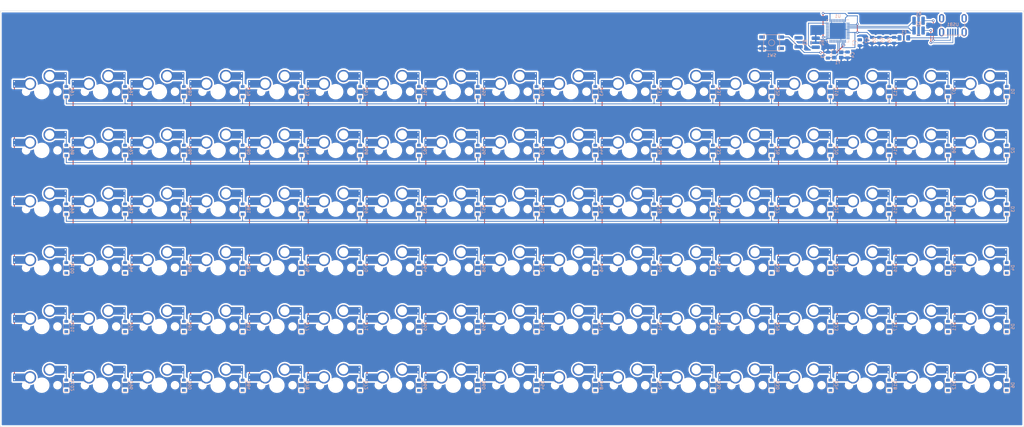
<source format=kicad_pcb>
(kicad_pcb (version 20211014) (generator pcbnew)
  (layers (0 "F.Cu" signal) (31 "B.Cu" signal) (34 "B.Paste" user) (35 "F.Paste" user) (36 "B.SilkS" user "B.Silkscreen") (37 "F.SilkS" user "F.Silkscreen") (38 "B.Mask" user) (39 "F.Mask" user) (44 "Edge.Cuts" user))
  (net 0 "")
  (net 1 "+5V")
  (net 2 "GND")
  (net 3 "Net-(C3-Pad2)")
  (net 4 "Net-(C4-Pad2)")
  (net 5 "Net-(C7-Pad1)")
  (net 6 "ROW0")
  (net 7 "Net-(D1-Pad2)")
  (net 8 "ROW1")
  (net 9 "Net-(D2-Pad2)")
  (net 10 "ROW2")
  (net 11 "Net-(D3-Pad2)")
  (net 12 "ROW3")
  (net 13 "Net-(D4-Pad2)")
  (net 14 "ROW4")
  (net 15 "Net-(D5-Pad2)")
  (net 16 "ROW5")
  (net 17 "Net-(D6-Pad2)")
  (net 18 "Net-(D7-Pad2)")
  (net 19 "Net-(D8-Pad2)")
  (net 20 "Net-(D9-Pad2)")
  (net 21 "Net-(D10-Pad2)")
  (net 22 "Net-(D11-Pad2)")
  (net 23 "Net-(D12-Pad2)")
  (net 24 "Net-(D13-Pad2)")
  (net 25 "Net-(D14-Pad2)")
  (net 26 "Net-(D15-Pad2)")
  (net 27 "Net-(D16-Pad2)")
  (net 28 "Net-(D17-Pad2)")
  (net 29 "Net-(D18-Pad2)")
  (net 30 "Net-(D19-Pad2)")
  (net 31 "Net-(D20-Pad2)")
  (net 32 "Net-(D21-Pad2)")
  (net 33 "Net-(D22-Pad2)")
  (net 34 "Net-(D23-Pad2)")
  (net 35 "Net-(D24-Pad2)")
  (net 36 "Net-(D25-Pad2)")
  (net 37 "Net-(D26-Pad2)")
  (net 38 "Net-(D27-Pad2)")
  (net 39 "Net-(D28-Pad2)")
  (net 40 "Net-(D29-Pad2)")
  (net 41 "Net-(D30-Pad2)")
  (net 42 "Net-(D31-Pad2)")
  (net 43 "Net-(D32-Pad2)")
  (net 44 "Net-(D33-Pad2)")
  (net 45 "Net-(D34-Pad2)")
  (net 46 "Net-(D35-Pad2)")
  (net 47 "Net-(D36-Pad2)")
  (net 48 "Net-(D37-Pad2)")
  (net 49 "Net-(D38-Pad2)")
  (net 50 "Net-(D39-Pad2)")
  (net 51 "Net-(D40-Pad2)")
  (net 52 "Net-(D41-Pad2)")
  (net 53 "Net-(D42-Pad2)")
  (net 54 "Net-(D43-Pad2)")
  (net 55 "Net-(D44-Pad2)")
  (net 56 "Net-(D45-Pad2)")
  (net 57 "Net-(D46-Pad2)")
  (net 58 "Net-(D47-Pad2)")
  (net 59 "Net-(D48-Pad2)")
  (net 60 "Net-(D49-Pad2)")
  (net 61 "Net-(D50-Pad2)")
  (net 62 "Net-(D51-Pad2)")
  (net 63 "Net-(D52-Pad2)")
  (net 64 "Net-(D53-Pad2)")
  (net 65 "Net-(D54-Pad2)")
  (net 66 "Net-(D55-Pad2)")
  (net 67 "Net-(D56-Pad2)")
  (net 68 "Net-(D57-Pad2)")
  (net 69 "Net-(D58-Pad2)")
  (net 70 "Net-(D59-Pad2)")
  (net 71 "Net-(D60-Pad2)")
  (net 72 "Net-(D61-Pad2)")
  (net 73 "Net-(D62-Pad2)")
  (net 74 "Net-(D63-Pad2)")
  (net 75 "Net-(D64-Pad2)")
  (net 76 "Net-(D65-Pad2)")
  (net 77 "Net-(D66-Pad2)")
  (net 78 "Net-(D67-Pad2)")
  (net 79 "Net-(D68-Pad2)")
  (net 80 "Net-(D69-Pad2)")
  (net 81 "Net-(D70-Pad2)")
  (net 82 "Net-(D71-Pad2)")
  (net 83 "Net-(D72-Pad2)")
  (net 84 "Net-(D73-Pad2)")
  (net 85 "Net-(D74-Pad2)")
  (net 86 "Net-(D75-Pad2)")
  (net 87 "Net-(D76-Pad2)")
  (net 88 "Net-(D77-Pad2)")
  (net 89 "Net-(D78-Pad2)")
  (net 90 "Net-(D79-Pad2)")
  (net 91 "Net-(D80-Pad2)")
  (net 92 "Net-(D81-Pad2)")
  (net 93 "Net-(D82-Pad2)")
  (net 94 "Net-(D83-Pad2)")
  (net 95 "Net-(D84-Pad2)")
  (net 96 "Net-(D85-Pad2)")
  (net 97 "Net-(D86-Pad2)")
  (net 98 "Net-(D87-Pad2)")
  (net 99 "Net-(D88-Pad2)")
  (net 100 "Net-(D89-Pad2)")
  (net 101 "Net-(D90-Pad2)")
  (net 102 "Net-(D91-Pad2)")
  (net 103 "Net-(D92-Pad2)")
  (net 104 "Net-(D93-Pad2)")
  (net 105 "Net-(D94-Pad2)")
  (net 106 "Net-(D95-Pad2)")
  (net 107 "Net-(D96-Pad2)")
  (net 108 "Net-(D97-Pad2)")
  (net 109 "Net-(D98-Pad2)")
  (net 110 "Net-(D99-Pad2)")
  (net 111 "Net-(D100-Pad2)")
  (net 112 "Net-(D101-Pad2)")
  (net 113 "Net-(D102-Pad2)")
  (net 114 "VCC")
  (net 115 "COL0")
  (net 116 "COL1")
  (net 117 "COL2")
  (net 118 "COL3")
  (net 119 "COL4")
  (net 120 "COL5")
  (net 121 "COL6")
  (net 122 "COL7")
  (net 123 "COL8")
  (net 124 "COL9")
  (net 125 "COL10")
  (net 126 "COL11")
  (net 127 "COL12")
  (net 128 "COL13")
  (net 129 "COL14")
  (net 130 "COL15")
  (net 131 "COL16")
  (net 132 "D-")
  (net 133 "Net-(R1-Pad2)")
  (net 134 "D+")
  (net 135 "Net-(R2-Pad2)")
  (net 136 "Net-(R3-Pad1)")
  (net 137 "Net-(R4-Pad1)")
  (footprint "MX_Only:MXOnly-1U-Hotswap-Antishear" (layer "F.Cu") (at 361.15625 174.625)
    (fp_text reference "MX6")
    (fp_text value "MX-NoLED")
  )
  (footprint "MX_Only:MXOnly-1U-Hotswap-Antishear" (layer "F.Cu") (at 189.70625 79.375)
    (fp_text reference "MX55")
    (fp_text value "MX-NoLED")
  )
  (footprint "MX_Only:MXOnly-1U-Hotswap-Antishear" (layer "F.Cu") (at 132.55625 174.625)
    (fp_text reference "MX78")
    (fp_text value "MX-NoLED")
  )
  (footprint "MX_Only:MXOnly-1U-Hotswap-Antishear" (layer "F.Cu") (at 227.80625 136.525)
    (fp_text reference "MX46")
    (fp_text value "MX-NoLED")
  )
  (footprint "MX_Only:MXOnly-1U-Hotswap-Antishear" (layer "F.Cu") (at 151.60625 117.475)
    (fp_text reference "MX69")
    (fp_text value "MX-NoLED")
  )
  (footprint "MX_Only:MXOnly-1U-Hotswap-Antishear" (layer "F.Cu") (at 265.90625 136.525)
    (fp_text reference "MX34")
    (fp_text value "MX-NoLED")
  )
  (footprint "MX_Only:MXOnly-1U-Hotswap-Antishear" (layer "F.Cu") (at 113.50625 136.525)
    (fp_text reference "MX82")
    (fp_text value "MX-NoLED")
  )
  (footprint "MX_Only:MXOnly-1U-Hotswap-Antishear" (layer "F.Cu") (at 284.95625 155.575)
    (fp_text reference "MX29")
    (fp_text value "MX-NoLED")
  )
  (footprint "MX_Only:MXOnly-1U-Hotswap-Antishear" (layer "F.Cu") (at 342.10625 136.525)
    (fp_text reference "MX10")
    (fp_text value "MX-NoLED")
  )
  (footprint "MX_Only:MXOnly-1U-Hotswap-Antishear" (layer "F.Cu") (at 151.60625 155.575)
    (fp_text reference "MX71")
    (fp_text value "MX-NoLED")
  )
  (footprint "MX_Only:MXOnly-1U-Hotswap-Antishear" (layer "F.Cu") (at 113.50625 117.475)
    (fp_text reference "MX81")
    (fp_text value "MX-NoLED")
  )
  (footprint "MX_Only:MXOnly-1U-Hotswap-Antishear" (layer "F.Cu") (at 189.70625 174.625)
    (fp_text reference "MX60")
    (fp_text value "MX-NoLED")
  )
  (footprint "MX_Only:MXOnly-1U-Hotswap-Antishear" (layer "F.Cu") (at 170.65625 174.625)
    (fp_text reference "MX66")
    (fp_text value "MX-NoLED")
  )
  (footprint "MX_Only:MXOnly-1U-Hotswap-Antishear" (layer "F.Cu") (at 208.75625 174.625)
    (fp_text reference "MX54")
    (fp_text value "MX-NoLED")
  )
  (footprint "MX_Only:MXOnly-1U-Hotswap-Antishear" (layer "F.Cu") (at 246.85625 79.375)
    (fp_text reference "MX37")
    (fp_text value "MX-NoLED")
  )
  (footprint "MX_Only:MXOnly-1U-Hotswap-Antishear" (layer "F.Cu") (at 361.15625 117.475)
    (fp_text reference "MX3")
    (fp_text value "MX-NoLED")
  )
  (footprint "MX_Only:MXOnly-1U-Hotswap-Antishear" (layer "F.Cu") (at 323.05625 136.525)
    (fp_text reference "MX16")
    (fp_text value "MX-NoLED")
  )
  (footprint "MX_Only:MXOnly-1U-Hotswap-Antishear" (layer "F.Cu") (at 94.45625 155.575)
    (fp_text reference "MX89")
    (fp_text value "MX-NoLED")
  )
  (footprint "MX_Only:MXOnly-1U-Hotswap-Antishear" (layer "F.Cu") (at 342.10625 98.425)
    (fp_text reference "MX8")
    (fp_text value "MX-NoLED")
  )
  (footprint "MX_Only:MXOnly-1U-Hotswap-Antishear" (layer "F.Cu") (at 246.85625 136.525)
    (fp_text reference "MX40")
    (fp_text value "MX-NoLED")
  )
  (footprint "MX_Only:MXOnly-1U-Hotswap-Antishear" (layer "F.Cu") (at 151.60625 136.525)
    (fp_text reference "MX70")
    (fp_text value "MX-NoLED")
  )
  (footprint "MX_Only:MXOnly-1U-Hotswap-Antishear" (layer "F.Cu") (at 113.50625 174.625)
    (fp_text reference "MX84")
    (fp_text value "MX-NoLED")
  )
  (footprint "MX_Only:MXOnly-1U-Hotswap-Antishear" (layer "F.Cu") (at 113.50625 98.425)
    (fp_text reference "MX80")
    (fp_text value "MX-NoLED")
  )
  (footprint "MX_Only:MXOnly-1U-Hotswap-Antishear" (layer "F.Cu") (at 342.10625 79.375)
    (fp_text reference "MX7")
    (fp_text value "MX-NoLED")
  )
  (footprint "MX_Only:MXOnly-1U-Hotswap-Antishear" (layer "F.Cu") (at 151.60625 174.625)
    (fp_text reference "MX72")
    (fp_text value "MX-NoLED")
  )
  (footprint "MX_Only:MXOnly-1U-Hotswap-Antishear" (layer "F.Cu") (at 227.80625 155.575)
    (fp_text reference "MX47")
    (fp_text value "MX-NoLED")
  )
  (footprint "MX_Only:MXOnly-1U-Hotswap-Antishear" (layer "F.Cu") (at 361.15625 155.575)
    (fp_text reference "MX5")
    (fp_text value "MX-NoLED")
  )
  (footprint "MX_Only:MXOnly-1U-Hotswap-Antishear" (layer "F.Cu") (at 265.90625 155.575)
    (fp_text reference "MX35")
    (fp_text value "MX-NoLED")
  )
  (footprint "MX_Only:MXOnly-1U-Hotswap-Antishear" (layer "F.Cu") (at 189.70625 155.575)
    (fp_text reference "MX59")
    (fp_text value "MX-NoLED")
  )
  (footprint "MX_Only:MXOnly-1U-Hotswap-Antishear" (layer "F.Cu") (at 361.15625 79.375)
    (fp_text reference "MX1")
    (fp_text value "MX-NoLED")
  )
  (footprint "MX_Only:MXOnly-1U-Hotswap-Antishear" (layer "F.Cu") (at 94.45625 79.375)
    (fp_text reference "MX85")
    (fp_text value "MX-NoLED")
  )
  (footprint "MX_Only:MXOnly-1U-Hotswap-Antishear" (layer "F.Cu") (at 323.05625 155.575)
    (fp_text reference "MX17")
    (fp_text value "MX-NoLED")
  )
  (footprint "MX_Only:MXOnly-1U-Hotswap-Antishear" (layer "F.Cu") (at 132.55625 155.575)
    (fp_text reference "MX77")
    (fp_text value "MX-NoLED")
  )
  (footprint "MX_Only:MXOnly-1U-Hotswap-Antishear" (layer "F.Cu") (at 265.90625 79.375)
    (fp_text reference "MX31")
    (fp_text value "MX-NoLED")
  )
  (footprint "MX_Only:MXOnly-1U-Hotswap-Antishear" (layer "F.Cu") (at 304.00625 79.375)
    (fp_text reference "MX19")
    (fp_text value "MX-NoLED")
  )
  (footprint "MX_Only:MXOnly-1U-Hotswap-Antishear" (layer "F.Cu") (at 246.85625 155.575)
    (fp_text reference "MX41")
    (fp_text value "MX-NoLED")
  )
  (footprint "MX_Only:MXOnly-1U-Hotswap-Antishear" (layer "F.Cu") (at 94.45625 117.475)
    (fp_text reference "MX87")
    (fp_text value "MX-NoLED")
  )
  (footprint "MX_Only:MXOnly-1U-Hotswap-Antishear" (layer "F.Cu") (at 265.90625 117.475)
    (fp_text reference "MX33")
    (fp_text value "MX-NoLED")
  )
  (footprint "MX_Only:MXOnly-1U-Hotswap-Antishear" (layer "F.Cu") (at 284.95625 79.375)
    (fp_text reference "MX25")
    (fp_text value "MX-NoLED")
  )
  (footprint "MX_Only:MXOnly-1U-Hotswap-Antishear" (layer "F.Cu") (at 323.05625 98.425)
    (fp_text reference "MX14")
    (fp_text value "MX-NoLED")
  )
  (footprint "MX_Only:MXOnly-1U-Hotswap-Antishear" (layer "F.Cu") (at 94.45625 174.625)
    (fp_text reference "MX90")
    (fp_text value "MX-NoLED")
  )
  (footprint "MX_Only:MXOnly-1U-Hotswap-Antishear" (layer "F.Cu") (at 246.85625 98.425)
    (fp_text reference "MX38")
    (fp_text value "MX-NoLED")
  )
  (footprint "MX_Only:MXOnly-1U-Hotswap-Antishear" (layer "F.Cu") (at 75.40625 174.625)
    (fp_text reference "MX96")
    (fp_text value "MX-NoLED")
  )
  (footprint "MX_Only:MXOnly-1U-Hotswap-Antishear" (layer "F.Cu") (at 304.00625 174.625)
    (fp_text reference "MX24")
    (fp_text value "MX-NoLED")
  )
  (footprint "MX_Only:MXOnly-1U-Hotswap-Antishear" (layer "F.Cu") (at 75.40625 98.425)
    (fp_text reference "MX92")
    (fp_text value "MX-NoLED")
  )
  (footprint "MX_Only:MXOnly-1U-Hotswap-Antishear" (layer "F.Cu") (at 284.95625 98.425)
    (fp_text reference "MX26")
    (fp_text value "MX-NoLED")
  )
  (footprint "MX_Only:MXOnly-1U-Hotswap-Antishear" (layer "F.Cu") (at 75.40625 155.575)
    (fp_text reference "MX95")
    (fp_text value "MX-NoLED")
  )
  (footprint "MX_Only:MXOnly-1U-Hotswap-Antishear" (layer "F.Cu") (at 56.35625 174.625)
    (fp_text reference "MX102")
    (fp_text value "MX-NoLED")
  )
  (footprint "MX_Only:MXOnly-1U-Hotswap-Antishear" (layer "F.Cu") (at 75.40625 79.375)
    (fp_text reference "MX91")
    (fp_text value "MX-NoLED")
  )
  (footprint "MX_Only:MXOnly-1U-Hotswap-Antishear" (layer "F.Cu") (at 246.85625 117.475)
    (fp_text reference "MX39")
    (fp_text value "MX-NoLED")
  )
  (footprint "MX_Only:MXOnly-1U-Hotswap-Antishear" (layer "F.Cu") (at 208.75625 98.425)
    (fp_text reference "MX50")
    (fp_text value "MX-NoLED")
  )
  (footprint "MX_Only:MXOnly-1U-Hotswap-Antishear" (layer "F.Cu") (at 170.65625 117.475)
    (fp_text reference "MX63")
    (fp_text value "MX-NoLED")
  )
  (footprint "MX_Only:MXOnly-1U-Hotswap-Antishear" (layer "F.Cu") (at 304.00625 117.475)
    (fp_text reference "MX21")
    (fp_text value "MX-NoLED")
  )
  (footprint "MX_Only:MXOnly-1U-Hotswap-Antishear" (layer "F.Cu") (at 227.80625 98.425)
    (fp_text reference "MX44")
    (fp_text value "MX-NoLED")
  )
  (footprint "MX_Only:MXOnly-1U-Hotswap-Antishear" (layer "F.Cu") (at 56.35625 79.375)
    (fp_text reference "MX97")
    (fp_text value "MX-NoLED")
  )
  (footprint "MX_Only:MXOnly-1U-Hotswap-Antishear" (layer "F.Cu") (at 227.80625 117.475)
    (fp_text reference "MX45")
    (fp_text value "MX-NoLED")
  )
  (footprint "MX_Only:MXOnly-1U-Hotswap-Antishear" (layer "F.Cu") (at 227.80625 79.375)
    (fp_text reference "MX43")
    (fp_text value "MX-NoLED")
  )
  (footprint "MX_Only:MXOnly-1U-Hotswap-Antishear" (layer "F.Cu") (at 208.75625 79.375)
    (fp_text reference "MX49")
    (fp_text value "MX-NoLED")
  )
  (footprint "MX_Only:MXOnly-1U-Hotswap-Antishear" (layer "F.Cu") (at 113.50625 155.575)
    (fp_text reference "MX83")
    (fp_text value "MX-NoLED")
  )
  (footprint "MX_Only:MXOnly-1U-Hotswap-Antishear" (layer "F.Cu") (at 323.05625 117.475)
    (fp_text reference "MX15")
    (fp_text value "MX-NoLED")
  )
  (footprint "MX_Only:MXOnly-1U-Hotswap-Antishear" (layer "F.Cu") (at 151.60625 79.375)
    (fp_text reference "MX67")
    (fp_text value "MX-NoLED")
  )
  (footprint "MX_Only:MXOnly-1U-Hotswap-Antishear" (layer "F.Cu") (at 208.75625 136.525)
    (fp_text reference "MX52")
    (fp_text value "MX-NoLED")
  )
  (footprint "MX_Only:MXOnly-1U-Hotswap-Antishear" (layer "F.Cu") (at 94.45625 136.525)
    (fp_text reference "MX88")
    (fp_text value "MX-NoLED")
  )
  (footprint "MX_Only:MXOnly-1U-Hotswap-Antishear" (layer "F.Cu") (at 132.55625 136.525)
    (fp_text reference "MX76")
    (fp_text value "MX-NoLED")
  )
  (footprint "MX_Only:MXOnly-1U-Hotswap-Antishear" (layer "F.Cu") (at 56.35625 98.425)
    (fp_text reference "MX98")
    (fp_text value "MX-NoLED")
  )
  (footprint "MX_Only:MXOnly-1U-Hotswap-Antishear" (layer "F.Cu") (at 170.65625 98.425)
    (fp_text reference "MX62")
    (fp_text value "MX-NoLED")
  )
  (footprint "MX_Only:MXOnly-1U-Hotswap-Antishear" (layer "F.Cu") (at 151.60625 98.425)
    (fp_text reference "MX68")
    (fp_text value "MX-NoLED")
  )
  (footprint "MX_Only:MXOnly-1U-Hotswap-Antishear" (layer "F.Cu") (at 284.95625 136.525)
    (fp_text reference "MX28")
    (fp_text value "MX-NoLED")
  )
  (footprint "MX_Only:MXOnly-1U-Hotswap-Antishear" (layer "F.Cu") (at 170.65625 155.575)
    (fp_text reference "MX65")
    (fp_text value "MX-NoLED")
  )
  (footprint "MX_Only:MXOnly-1U-Hotswap-Antishear" (layer "F.Cu") (at 75.40625 136.525)
    (fp_text reference "MX94")
    (fp_text value "MX-NoLED")
  )
  (footprint "MX_Only:MXOnly-1U-Hotswap-Antishear" (layer "F.Cu") (at 323.05625 79.375)
    (fp_text reference "MX13")
    (fp_text value "MX-NoLED")
  )
  (footprint "MX_Only:MXOnly-1U-Hotswap-Antishear" (layer "F.Cu") (at 113.50625 79.375)
    (fp_text reference "MX79")
    (fp_text value "MX-NoLED")
  )
  (footprint "MX_Only:MXOnly-1U-Hotswap-Antishear" (layer "F.Cu") (at 323.05625 174.625)
    (fp_text reference "MX18")
    (fp_text value "MX-NoLED")
  )
  (footprint "MX_Only:MXOnly-1U-Hotswap-Antishear" (layer "F.Cu") (at 284.95625 117.475)
    (fp_text reference "MX27")
    (fp_text value "MX-NoLED")
  )
  (footprint "MX_Only:MXOnly-1U-Hotswap-Antishear" (layer "F.Cu") (at 56.35625 117.475)
    (fp_text reference "MX99")
    (fp_text value "MX-NoLED")
  )
  (footprint "MX_Only:MXOnly-1U-Hotswap-Antishear" (layer "F.Cu") (at 304.00625 136.525)
    (fp_text reference "MX22")
    (fp_text value "MX-NoLED")
  )
  (footprint "MX_Only:MXOnly-1U-Hotswap-Antishear" (layer "F.Cu") (at 342.10625 117.475)
    (fp_text reference "MX9")
    (fp_text value "MX-NoLED")
  )
  (footprint "MX_Only:MXOnly-1U-Hotswap-Antishear" (layer "F.Cu") (at 132.55625 79.375)
    (fp_text reference "MX73")
    (fp_text value "MX-NoLED")
  )
  (footprint "MX_Only:MXOnly-1U-Hotswap-Antishear" (layer "F.Cu") (at 361.15625 136.525)
    (fp_text reference "MX4")
    (fp_text value "MX-NoLED")
  )
  (footprint "MX_Only:MXOnly-1U-Hotswap-Antishear" (layer "F.Cu") (at 265.90625 174.625)
    (fp_text reference "MX36")
    (fp_text value "MX-NoLED")
  )
  (footprint "MX_Only:MXOnly-1U-Hotswap-Antishear" (layer "F.Cu") (at 132.55625 98.425)
    (fp_text reference "MX74")
    (fp_text value "MX-NoLED")
  )
  (footprint "MX_Only:MXOnly-1U-Hotswap-Antishear" (layer "F.Cu") (at 189.70625 136.525)
    (fp_text reference "MX58")
    (fp_text value "MX-NoLED")
  )
  (footprint "MX_Only:MXOnly-1U-Hotswap-Antishear" (layer "F.Cu") (at 246.85625 174.625)
    (fp_text reference "MX42")
    (fp_text value "MX-NoLED")
  )
  (footprint "MX_Only:MXOnly-1U-Hotswap-Antishear" (layer "F.Cu") (at 304.00625 155.575)
    (fp_text reference "MX23")
    (fp_text value "MX-NoLED")
  )
  (footprint "MX_Only:MXOnly-1U-Hotswap-Antishear" (layer "F.Cu") (at 170.65625 79.375)
    (fp_text reference "MX61")
    (fp_text value "MX-NoLED")
  )
  (footprint "MX_Only:MXOnly-1U-Hotswap-Antishear" (layer "F.Cu") (at 56.35625 136.525)
    (fp_text reference "MX100")
    (fp_text value "MX-NoLED")
  )
  (footprint "MX_Only:MXOnly-1U-Hotswap-Antishear" (layer "F.Cu") (at 170.65625 136.525)
    (fp_text reference "MX64")
    (fp_text value "MX-NoLED")
  )
  (footprint "MX_Only:MXOnly-1U-Hotswap-Antishear" (layer "F.Cu") (at 75.40625 117.475)
    (fp_text reference "MX93")
    (fp_text value "MX-NoLED")
  )
  (footprint "MX_Only:MXOnly-1U-Hotswap-Antishear" (layer "F.Cu") (at 132.55625 117.475)
    (fp_text reference "MX75")
    (fp_text value "MX-NoLED")
  )
  (footprint "MX_Only:MXOnly-1U-Hotswap-Antishear" (layer "F.Cu") (at 56.35625 155.575)
    (fp_text reference "MX101")
    (fp_text value "MX-NoLED")
  )
  (footprint "MX_Only:MXOnly-1U-Hotswap-Antishear" (layer "F.Cu") (at 284.95625 174.625)
    (fp_text reference "MX30")
    (fp_text value "MX-NoLED")
  )
  (footprint "MX_Only:MXOnly-1U-Hotswap-Antishear" (layer "F.Cu") (at 189.70625 98.425)
    (fp_text reference "MX56")
    (fp_text value "MX-NoLED")
  )
  (footprint "MX_Only:MXOnly-1U-Hotswap-Antishear" (layer "F.Cu") (at 304.00625 98.425)
    (fp_text reference "MX20")
    (fp_text value "MX-NoLED")
  )
  (footprint "MX_Only:MXOnly-1U-Hotswap-Antishear" (layer "F.Cu") (at 265.90625 98.425)
    (fp_text reference "MX32")
    (fp_text value "MX-NoLED")
  )
  (footprint "MX_Only:MXOnly-1U-Hotswap-Antishear" (layer "F.Cu") (at 94.45625 98.425)
    (fp_text reference "MX86")
    (fp_text value "MX-NoLED")
  )
  (footprint "MX_Only:MXOnly-1U-Hotswap-Antishear" (layer "F.Cu") (at 227.80625 174.625)
    (fp_text reference "MX48")
    (fp_text value "MX-NoLED")
  )
  (footprint "MX_Only:MXOnly-1U-Hotswap-Antishear" (layer "F.Cu") (at 361.15625 98.425)
    (fp_text reference "MX2")
    (fp_text value "MX-NoLED")
  )
  (footprint "MX_Only:MXOnly-1U-Hotswap-Antishear" (layer "F.Cu") (at 342.10625 174.625)
    (fp_text reference "MX12")
    (fp_text value "MX-NoLED")
  )
  (footprint "MX_Only:MXOnly-1U-Hotswap-Antishear" (layer "F.Cu") (at 189.70625 117.475)
    (fp_text reference "MX57")
    (fp_text value "MX-NoLED")
  )
  (footprint "MX_Only:MXOnly-1U-Hotswap-Antishear" (layer "F.Cu") (at 208.75625 155.575)
    (fp_text reference "MX53")
    (fp_text value "MX-NoLED")
  )
  (footprint "MX_Only:MXOnly-1U-Hotswap-Antishear" (layer "F.Cu") (at 208.75625 117.475)
    (fp_text reference "MX51")
    (fp_text value "MX-NoLED")
  )
  (footprint "MX_Only:MXOnly-1U-Hotswap-Antishear" (layer "F.Cu") (at 342.10625 155.575)
    (fp_text reference "MX11")
    (fp_text value "MX-NoLED")
  )
  (footprint "Diode_SMD:D_SOD-123" (layer "B.Cu") (at 330.99375 98.425 90)
    (fp_text reference "D14")
    (fp_text value "SOD-123")
  )
  (footprint "Diode_SMD:D_SOD-123" (layer "B.Cu") (at 350.04375 174.625 90)
    (fp_text reference "D12")
    (fp_text value "SOD-123")
  )
  (footprint "Diode_SMD:D_SOD-123" (layer "B.Cu") (at 216.69375 136.525 90)
    (fp_text reference "D52")
    (fp_text value "SOD-123")
  )
  (footprint "Diode_SMD:D_SOD-123" (layer "B.Cu") (at 140.49375 155.575 90)
    (fp_text reference "D77")
    (fp_text value "SOD-123")
  )
  (footprint "Diode_SMD:D_SOD-123" (layer "B.Cu") (at 311.94375 155.575 90)
    (fp_text reference "D23")
    (fp_text value "SOD-123")
  )
  (footprint "Resistor_SMD:R_1210_3225Metric" (layer "B.Cu") (at 307.18125 63.5 90)
    (fp_text reference "R4")
    (fp_text value "10k")
  )
  (footprint "Diode_SMD:D_SOD-123" (layer "B.Cu") (at 83.34375 117.475 90)
    (fp_text reference "D93")
    (fp_text value "SOD-123")
  )
  (footprint "Diode_SMD:D_SOD-123" (layer "B.Cu") (at 235.74375 79.375 90)
    (fp_text reference "D43")
    (fp_text value "SOD-123")
  )
  (footprint "Diode_SMD:D_SOD-123" (layer "B.Cu") (at 350.04375 79.375 90)
    (fp_text reference "D7")
    (fp_text value "SOD-123")
  )
  (footprint "Diode_SMD:D_SOD-123" (layer "B.Cu") (at 83.34375 98.425 90)
    (fp_text reference "D92")
    (fp_text value "SOD-123")
  )
  (footprint "Diode_SMD:D_SOD-123" (layer "B.Cu") (at 159.54375 174.625 90)
    (fp_text reference "D72")
    (fp_text value "SOD-123")
  )
  (footprint "random-keyboard-parts:Molex-0548190589" (layer "B.Cu") (at 351.63125 55.5625 -90)
    (fp_text reference "USB1")
    (fp_text value "Molex-0548190519")
  )
  (footprint "Diode_SMD:D_SOD-123" (layer "B.Cu") (at 235.74375 98.425 90)
    (fp_text reference "D44")
    (fp_text value "SOD-123")
  )
  (footprint "Diode_SMD:D_SOD-123" (layer "B.Cu") (at 369.09375 79.375 90)
    (fp_text reference "D1")
    (fp_text value "SOD-123")
  )
  (footprint "Diode_SMD:D_SOD-123" (layer "B.Cu") (at 178.59375 117.475 90)
    (fp_text reference "D63")
    (fp_text value "SOD-123")
  )
  (footprint "Diode_SMD:D_SOD-123" (layer "B.Cu") (at 121.44375 79.375 90)
    (fp_text reference "D79")
    (fp_text value "SOD-123")
  )
  (footprint "Diode_SMD:D_SOD-123" (layer "B.Cu") (at 64.29375 117.475 90)
    (fp_text reference "D99")
    (fp_text value "SOD-123")
  )
  (footprint "Diode_SMD:D_SOD-123" (layer "B.Cu") (at 273.84375 98.425 90)
    (fp_text reference "D32")
    (fp_text value "SOD-123")
  )
  (footprint "Capacitor_SMD:C_0805_2012Metric" (layer "B.Cu") (at 325.4375 62.70625 -90)
    (fp_text reference "C2")
    (fp_text value "0.1uF")
  )
  (footprint "Diode_SMD:D_SOD-123" (layer "B.Cu") (at 273.84375 136.525 90)
    (fp_text reference "D34")
    (fp_text value "SOD-123")
  )
  (footprint "Diode_SMD:D_SOD-123" (layer "B.Cu") (at 254.79375 155.575 90)
    (fp_text reference "D41")
    (fp_text value "SOD-123")
  )
  (footprint "Diode_SMD:D_SOD-123" (layer "B.Cu") (at 330.99375 79.375 90)
    (fp_text reference "D13")
    (fp_text value "SOD-123")
  )
  (footprint "Diode_SMD:D_SOD-123" (layer "B.Cu") (at 369.09375 117.475 90)
    (fp_text reference "D3")
    (fp_text value "SOD-123")
  )
  (footprint "Diode_SMD:D_SOD-123" (layer "B.Cu") (at 102.39375 117.475 90)
    (fp_text reference "D87")
    (fp_text value "SOD-123")
  )
  (footprint "Diode_SMD:D_SOD-123" (layer "B.Cu") (at 311.94375 79.375 90)
    (fp_text reference "D19")
    (fp_text value "SOD-123")
  )
  (footprint "Diode_SMD:D_SOD-123" (layer "B.Cu") (at 159.54375 117.475 90)
    (fp_text reference "D69")
    (fp_text value "SOD-123")
  )
  (footprint "Capacitor_SMD:C_0805_2012Metric" (layer "B.Cu") (at 332.58125 62.70625 -90)
    (fp_text reference "C6")
    (fp_text value "10uF")
  )
  (footprint "Diode_SMD:D_SOD-123" (layer "B.Cu") (at 216.69375 155.575 90)
    (fp_text reference "D53")
    (fp_text value "SOD-123")
  )
  (footprint "Diode_SMD:D_SOD-123" (layer "B.Cu") (at 369.09375 136.525 90)
    (fp_text reference "D4")
    (fp_text value "SOD-123")
  )
  (footprint "Diode_SMD:D_SOD-123" (layer "B.Cu") (at 330.99375 155.575 90)
    (fp_text reference "D17")
    (fp_text value "SOD-123")
  )
  (footprint "Crystal:Crystal_SMD_3225-4Pin_3.2x2.5mm" (layer "B.Cu") (at 314.325 67.46875)
    (fp_text reference "Y1")
    (fp_text value "16MHz")
  )
  (footprint "Capacitor_SMD:C_0805_2012Metric" (layer "B.Cu") (at 321.46875 63.5 -90)
    (fp_text reference "C7")
    (fp_text value "1uF")
  )
  (footprint "Diode_SMD:D_SOD-123" (layer "B.Cu") (at 311.94375 117.475 90)
    (fp_text reference "D21")
    (fp_text value "SOD-123")
  )
  (footprint "Diode_SMD:D_SOD-123" (layer "B.Cu") (at 159.54375 136.525 90)
    (fp_text reference "D70")
    (fp_text value "SOD-123")
  )
  (footprint "Diode_SMD:D_SOD-123" (layer "B.Cu") (at 140.49375 117.475 90)
    (fp_text reference "D75")
    (fp_text value "SOD-123")
  )
  (footprint "Diode_SMD:D_SOD-123" (layer "B.Cu") (at 254.79375 117.475 90)
    (fp_text reference "D39")
    (fp_text value "SOD-123")
  )
  (footprint "Diode_SMD:D_SOD-123" (layer "B.Cu") (at 140.49375 98.425 90)
    (fp_text reference "D74")
    (fp_text value "SOD-123")
  )
  (footprint "Diode_SMD:D_SOD-123" (layer "B.Cu") (at 369.09375 174.625 90)
    (fp_text reference "D6")
    (fp_text value "SOD-123")
  )
  (footprint "Diode_SMD:D_SOD-123" (layer "B.Cu") (at 83.34375 79.375 90)
    (fp_text reference "D91")
    (fp_text value "SOD-123")
  )
  (footprint "Diode_SMD:D_SOD-123" (layer "B.Cu") (at 350.04375 117.475 90)
    (fp_text reference "D9")
    (fp_text value "SOD-123")
  )
  (footprint "Capacitor_SMD:C_0805_2012Metric" (layer "B.Cu") (at 317.5 67.46875 90)
    (fp_text reference "C4")
    (fp_text value "22uF")
  )
  (footprint "Diode_SMD:D_SOD-123" (layer "B.Cu") (at 216.69375 117.475 90)
    (fp_text reference "D51")
    (fp_text value "SOD-123")
  )
  (footprint "Resistor_SMD:R_1210_3225Metric" (layer "B.Cu") (at 301.625 63.375 90)
    (fp_text reference "R3")
    (fp_text value "10")
  )
  (footprint "Diode_SMD:D_SOD-123" (layer "B.Cu") (at 235.74375 117.475 90)
    (fp_text reference "D45")
    (fp_text value "SOD-123")
  )
  (footprint "Diode_SMD:D_SOD-123" (layer "B.Cu") (at 159.54375 155.575 90)
    (fp_text reference "D71")
    (fp_text value "SOD-123")
  )
  (footprint "Diode_SMD:D_SOD-123" (layer "B.Cu") (at 83.34375 174.625 90)
    (fp_text reference "D96")
    (fp_text value "SOD-123")
  )
  (footprint "Diode_SMD:D_SOD-123" (layer "B.Cu") (at 121.44375 174.625 90)
    (fp_text reference "D84")
    (fp_text value "SOD-123")
  )
  (footprint "Diode_SMD:D_SOD-123" (layer "B.Cu") (at 140.49375 79.375 90)
    (fp_text reference "D73")
    (fp_text value "SOD-123")
  )
  (footprint "Diode_SMD:D_SOD-123" (layer "B.Cu") (at 197.64375 117.475 90)
    (fp_text reference "D57")
    (fp_text value "SOD-123")
  )
  (footprint "Diode_SMD:D_SOD-123" (layer "B.Cu") (at 235.74375 174.625 90)
    (fp_text reference "D48")
    (fp_text value "SOD-123")
  )
  (footprint "Diode_SMD:D_SOD-123" (layer "B.Cu") (at 64.29375 155.575 90)
    (fp_text reference "D101")
    (fp_text value "SOD-123")
  )
  (footprint "Diode_SMD:D_SOD-123" (layer "B.Cu") (at 273.84375 174.625 90)
    (fp_text reference "D36")
    (fp_text value "SOD-123")
  )
  (footprint "Diode_SMD:D_SOD-123" (layer "B.Cu") (at 121.44375 98.425 90)
    (fp_text reference "D80")
    (fp_text value "SOD-123")
  )
  (footprint "Diode_SMD:D_SOD-123" (layer "B.Cu") (at 235.74375 136.525 90)
    (fp_text reference "D46")
    (fp_text value "SOD-123")
  )
  (footprint "Diode_SMD:D_SOD-123" (layer "B.Cu") (at 311.94375 98.425 90)
    (fp_text reference "D20")
    (fp_text value "SOD-123")
  )
  (footprint "Diode_SMD:D_SOD-123" (layer "B.Cu") (at 311.94375 136.525 90)
    (fp_text reference "D22")
    (fp_text value "SOD-123")
  )
  (footprint "Diode_SMD:D_SOD-123" (layer "B.Cu") (at 64.29375 98.425 90)
    (fp_text reference "D98")
    (fp_text value "SOD-123")
  )
  (footprint "Capacitor_SMD:C_0805_2012Metric" (layer "B.Cu") (at 311.15 67.525 -90)
    (fp_text reference "C3")
    (fp_text value "22uF")
  )
  (footprint "Diode_SMD:D_SOD-123" (layer "B.Cu") (at 216.69375 98.425 90)
    (fp_text reference "D50")
    (fp_text value "SOD-123")
  )
  (footprint "Diode_SMD:D_SOD-123" (layer "B.Cu") (at 292.89375 136.525 90)
    (fp_text reference "D28")
    (fp_text value "SOD-123")
  )
  (footprint "Diode_SMD:D_SOD-123" (layer "B.Cu") (at 292.89375 79.375 90)
    (fp_text reference "D25")
    (fp_text value "SOD-123")
  )
  (footprint "Diode_SMD:D_SOD-123" (layer "B.Cu") (at 102.39375 174.625 90)
    (fp_text reference "D90")
    (fp_text value "SOD-123")
  )
  (footprint "Diode_SMD:D_SOD-123" (layer "B.Cu") (at 64.29375 136.525 90)
    (fp_text reference "D100")
    (fp_text value "SOD-123")
  )
  (footprint "Diode_SMD:D_SOD-123" (layer "B.Cu") (at 216.69375 174.625 90)
    (fp_text reference "D54")
    (fp_text value "SOD-123")
  )
  (footprint "Diode_SMD:D_SOD-123" (layer "B.Cu") (at 292.89375 98.425 90)
    (fp_text reference "D26")
    (fp_text value "SOD-123")
  )
  (footprint "Diode_SMD:D_SOD-123" (layer "B.Cu") (at 350.04375 155.575 90)
    (fp_text reference "D11")
    (fp_text value "SOD-123")
  )
  (footprint "Diode_SMD:D_SOD-123" (layer "B.Cu") (at 83.34375 136.525 90)
    (fp_text reference "D94")
    (fp_text value "SOD-123")
  )
  (footprint "Resistor_SMD:R_1210_3225Metric" (layer "B.Cu") (at 340.51875 56.35625 180)
    (fp_text reference "R1")
    (fp_text value "22")
  )
  (footprint "Diode_SMD:D_SOD-123" (layer "B.Cu") (at 159.54375 79.375 90)
    (fp_text reference "D67")
    (fp_text value "SOD-123")
  )
  (footprint "Diode_SMD:D_SOD-123" (layer "B.Cu") (at 369.09375 155.575 90)
    (fp_text reference "D5")
    (fp_text value "SOD-123")
  )
  (footprint "Diode_SMD:D_SOD-123" (layer "B.Cu") (at 121.44375 155.575 90)
    (fp_text reference "D83")
    (fp_text value "SOD-123")
  )
  (footprint "Diode_SMD:D_SOD-123" (layer "B.Cu") (at 350.04375 98.425 90)
    (fp_text reference "D8")
    (fp_text value "SOD-123")
  )
  (footprint "Diode_SMD:D_SOD-123" (layer "B.Cu") (at 273.84375 117.475 90)
    (fp_text reference "D33")
    (fp_text value "SOD-123")
  )
  (footprint "Diode_SMD:D_SOD-123" (layer "B.Cu") (at 254.79375 98.425 90)
    (fp_text reference "D38")
    (fp_text value "SOD-123")
  )
  (footprint "Capacitor_SMD:C_0805_2012Metric" (layer "B.Cu") (at 330.2 62.70625 -90)
    (fp_text reference "C1")
    (fp_text value "0.1uF")
  )
  (footprint "Diode_SMD:D_SOD-123" (layer "B.Cu") (at 121.44375 117.475 90)
    (fp_text reference "D81")
    (fp_text value "SOD-123")
  )
  (footprint "Diode_SMD:D_SOD-123" (layer "B.Cu") (at 273.84375 79.375 90)
    (fp_text reference "D31")
    (fp_text value "SOD-123")
  )
  (footprint "Diode_SMD:D_SOD-123" (layer "B.Cu") (at 178.59375 174.625 90)
    (fp_text reference "D66")
    (fp_text value "SOD-123")
  )
  (footprint "Diode_SMD:D_SOD-123" (layer "B.Cu") (at 273.84375 155.575 90)
    (fp_text reference "D35")
    (fp_text value "SOD-123")
  )
  (footprint "Diode_SMD:D_SOD-123" (layer "B.Cu") (at 102.39375 98.425 90)
    (fp_text reference "D86")
    (fp_text value "SOD-123")
  )
  (footprint "Capacitor_SMD:C_0805_2012Metric" (layer "B.Cu") (at 327.81875 62.70625 -90)
    (fp_text reference "C5")
    (fp_text value "0.1uF")
  )
  (footprint "Diode_SMD:D_SOD-123" (layer "B.Cu") (at 330.99375 174.625 90)
    (fp_text reference "D18")
    (fp_text value "SOD-123")
  )
  (footprint "Diode_SMD:D_SOD-123" (layer "B.Cu") (at 102.39375 79.375 90)
    (fp_text reference "D85")
    (fp_text value "SOD-123")
  )
  (footprint "Diode_SMD:D_SOD-123" (layer "B.Cu") (at 292.89375 174.625 90)
    (fp_text reference "D30")
    (fp_text value "SOD-123")
  )
  (footprint "Diode_SMD:D_SOD-123" (layer "B.Cu") (at 197.64375 136.525 90)
    (fp_text reference "D58")
    (fp_text value "SOD-123")
  )
  (footprint "Diode_SMD:D_SOD-123" (layer "B.Cu") (at 140.49375 136.525 90)
    (fp_text reference "D76")
    (fp_text value "SOD-123")
  )
  (footprint "Resistor_SMD:R_1210_3225Metric" (layer "B.Cu") (at 340.51875 59.53125 180)
    (fp_text reference "R2")
    (fp_text value "22")
  )
  (footprint "Diode_SMD:D_SOD-123" (layer "B.Cu") (at 121.44375 136.525 90)
    (fp_text reference "D82")
    (fp_text value "SOD-123")
  )
  (footprint "Diode_SMD:D_SOD-123" (layer "B.Cu") (at 178.59375 136.525 90)
    (fp_text reference "D64")
    (fp_text value "SOD-123")
  )
  (footprint "Diode_SMD:D_SOD-123" (layer "B.Cu") (at 330.99375 117.475 90)
    (fp_text reference "D15")
    (fp_text value "SOD-123")
  )
  (footprint "Diode_SMD:D_SOD-123" (layer "B.Cu") (at 292.89375 117.475 90)
    (fp_text reference "D27")
    (fp_text value "SOD-123")
  )
  (footprint "Diode_SMD:D_SOD-123" (layer "B.Cu") (at 159.54375 98.425 90)
    (fp_text reference "D68")
    (fp_text value "SOD-123")
  )
  (footprint "Diode_SMD:D_SOD-123" (layer "B.Cu") (at 102.39375 136.525 90)
    (fp_text reference "D88")
    (fp_text value "SOD-123")
  )
  (footprint "Diode_SMD:D_SOD-123" (layer "B.Cu") (at 178.59375 79.375 90)
    (fp_text reference "D61")
    (fp_text value "SOD-123")
  )
  (footprint "Diode_SMD:D_SOD-123" (layer "B.Cu") (at 64.29375 174.625 90)
    (fp_text reference "D102")
    (fp_text value "SOD-123")
  )
  (footprint "Diode_SMD:D_SOD-123" (layer "B.Cu") (at 330.99375 136.525 90)
    (fp_text reference "D16")
    (fp_text value "SOD-123")
  )
  (footprint "Diode_SMD:D_SOD-123" (layer "B.Cu") (at 178.59375 98.425 90)
    (fp_text reference "D62")
    (fp_text value "SOD-123")
  )
  (footprint "Diode_SMD:D_SOD-123" (layer "B.Cu") (at 64.29375 79.375 90)
    (fp_text reference "D97")
    (fp_text value "SOD-123")
  )
  (footprint "Diode_SMD:D_SOD-123" (layer "B.Cu") (at 197.64375 174.625 90)
    (fp_text reference "D60")
    (fp_text value "SOD-123")
  )
  (footprint "Diode_SMD:D_SOD-123" (layer "B.Cu") (at 216.69375 79.375 90)
    (fp_text reference "D49")
    (fp_text value "SOD-123")
  )
  (footprint "Diode_SMD:D_SOD-123" (layer "B.Cu") (at 254.79375 79.375 90)
    (fp_text reference "D37")
    (fp_text value "SOD-123")
  )
  (footprint "Diode_SMD:D_SOD-123" (layer "B.Cu") (at 140.49375 174.625 90)
    (fp_text reference "D78")
    (fp_text value "SOD-123")
  )
  (footprint "Diode_SMD:D_SOD-123" (layer "B.Cu") (at 254.79375 174.625 90)
    (fp_text reference "D42")
    (fp_text value "SOD-123")
  )
  (footprint "Diode_SMD:D_SOD-123" (layer "B.Cu") (at 369.09375 98.425 90)
    (fp_text reference "D2")
    (fp_text value "SOD-123")
  )
  (footprint "Diode_SMD:D_SOD-123" (layer "B.Cu") (at 197.64375 98.425 90)
    (fp_text reference "D56")
    (fp_text value "SOD-123")
  )
  (footprint "Diode_SMD:D_SOD-123" (layer "B.Cu") (at 197.64375 79.375 90)
    (fp_text reference "D55")
    (fp_text value "SOD-123")
  )
  (footprint "Fuse:Fuse_1206_3216Metric" (layer "B.Cu") (at 335.75625 61.9125 180)
    (fp_text reference "F1")
    (fp_text value "500mA")
  )
  (footprint "Package_DFN_QFN:QFN-44-1EP_7x7mm_P0.5mm_EP5.2x5.2mm" (layer "B.Cu") (at 314.325 59.675 180)
    (fp_text reference "U1")
    (fp_text value "ATmega32U4-M")
  )
  (footprint "Diode_SMD:D_SOD-123" (layer "B.Cu") (at 350.04375 136.525 90)
    (fp_text reference "D10")
    (fp_text value "SOD-123")
  )
  (footprint "Diode_SMD:D_SOD-123" (layer "B.Cu") (at 178.59375 155.575 90)
    (fp_text reference "D65")
    (fp_text value "SOD-123")
  )
  (footprint "Diode_SMD:D_SOD-123" (layer "B.Cu") (at 83.34375 155.575 90)
    (fp_text reference "D95")
    (fp_text value "SOD-123")
  )
  (footprint "Diode_SMD:D_SOD-123" (layer "B.Cu") (at 235.74375 155.575 90)
    (fp_text reference "D47")
    (fp_text value "SOD-123")
  )
  (footprint "Diode_SMD:D_SOD-123" (layer "B.Cu") (at 254.79375 136.525 90)
    (fp_text reference "D40")
    (fp_text value "SOD-123")
  )
  (footprint "random-keyboard-parts:SKQG-1155865" (layer "B.Cu") (at 292.89375 63.5 180)
    (fp_text reference "SW1")
    (fp_text value "SW_Push")
  )
  (footprint "Diode_SMD:D_SOD-123" (layer "B.Cu") (at 102.39375 155.575 90)
    (fp_text reference "D89")
    (fp_text value "SOD-123")
  )
  (footprint "Diode_SMD:D_SOD-123" (layer "B.Cu") (at 311.94375 174.625 90)
    (fp_text reference "D24")
    (fp_text value "SOD-123")
  )
  (footprint "Diode_SMD:D_SOD-123" (layer "B.Cu") (at 292.89375 155.575 90)
    (fp_text reference "D29")
    (fp_text value "SOD-123")
  )
  (footprint "Diode_SMD:D_SOD-123" (layer "B.Cu") (at 197.64375 155.575 90)
    (fp_text reference "D59")
    (fp_text value "SOD-123")
  )
  (gr_rect (start 42.8625 53.18125) (end 374.65 188.11875) (layer "Edge.Cuts") (width 0.1) (fill none))
  (segment (start 320.692697 57.4485) (end 320.675 57.466197) (width 0.254) (layer "F.Cu") (net 1))
  (segment (start 309.586096 61.676534) (end 309.5625 61.652938) (width 0.254) (layer "F.Cu") (net 1))
  (segment (start 309.5625 61.652938) (end 309.5625 53.975) (width 0.254) (layer "F.Cu") (net 1))
  (segment (start 320.675 60.178153) (end 320.672366 60.180787) (width 0.254) (layer "F.Cu") (net 1))
  (segment (start 320.675 57.466197) (end 320.675 60.178153) (width 0.254) (layer "F.Cu") (net 1))
  (via (at 309.5625 53.975) (size 0.8) (drill 0.4) (layers "F.Cu" "B.Cu") (net 1))
  (via (at 320.692697 57.4485) (size 0.8) (drill 0.4) (layers "F.Cu" "B.Cu") (net 1))
  (via (at 309.586096 61.676534) (size 0.8) (drill 0.4) (layers "F.Cu" "B.Cu") (net 1))
  (via (at 320.672366 60.180787) (size 0.8) (drill 0.4) (layers "F.Cu" "B.Cu") (net 1))
  (segment (start 309.58763 61.675) (end 310.9875 61.675) (width 0.254) (layer "B.Cu") (net 1))
  (segment (start 332.58125 61.75625) (end 330.2 61.75625) (width 0.381) (layer "B.Cu") (net 1))
  (segment (start 319.88125 60.325) (end 319.73125 60.175) (width 0.254) (layer "B.Cu") (net 1))
  (segment (start 330.2 61.75625) (end 327.81875 61.75625) (width 0.381) (layer "B.Cu") (net 1))
  (segment (start 315.825 63.0125) (end 315.825 63.757547) (width 0.254) (layer "B.Cu") (net 1))
  (segment (start 334.35625 61.9125) (end 332.7375 61.9125) (width 0.381) (layer "B.Cu") (net 1))
  (segment (start 316.825 55.44375) (end 317.5 54.76875) (width 0.254) (layer "B.Cu") (net 1))
  (segment (start 332.7375 61.9125) (end 332.58125 61.75625) (width 0.381) (layer "B.Cu") (net 1))
  (segment (start 327.81875 61.75625) (end 325.4375 61.75625) (width 0.381) (layer "B.Cu") (net 1))
  (segment (start 316.825 56.3375) (end 316.825 55.44375) (width 0.254) (layer "B.Cu") (net 1))
  (segment (start 319.73125 60.175) (end 321.31875 60.175) (width 0.254) (layer "B.Cu") (net 1))
  (segment (start 320.466197 57.675) (end 317.6625 57.675) (width 0.254) (layer "B.Cu") (net 1))
  (segment (start 321.31875 60.175) (end 323.85625 60.175) (width 0.254) (layer "B.Cu") (net 1))
  (segment (start 316.70625 53.975) (end 317.5 54.76875) (width 0.254) (layer "B.Cu") (net 1))
  (segment (start 311.94375 53.975) (end 316.70625 53.975) (width 0.254) (layer "B.Cu") (net 1))
  (segment (start 320.672366 60.180787) (end 321.312963 60.180787) (width 0.254) (layer "B.Cu") (net 1))
  (segment (start 317.6625 60.175) (end 319.2375 60.175) (width 0.254) (layer "B.Cu") (net 1))
  (segment (start 321.312963 60.180787) (end 321.31875 60.175) (width 0.254) (layer "B.Cu") (net 1))
  (segment (start 317.5 54.76875) (end 320.675 54.76875) (width 0.254) (layer "B.Cu") (net 1))
  (segment (start 311.825 54.09375) (end 311.94375 53.975) (width 0.254) (layer "B.Cu") (net 1))
  (segment (start 323.85625 60.175) (end 325.4375 61.75625) (width 0.254) (layer "B.Cu") (net 1))
  (segment (start 319.88125 65.0875) (end 319.88125 60.325) (width 0.254) (layer "B.Cu") (net 1))
  (segment (start 320.692697 57.4485) (end 320.466197 57.675) (width 0.254) (layer "B.Cu") (net 1))
  (segment (start 311.825 56.3375) (end 311.825 54.09375) (width 0.254) (layer "B.Cu") (net 1))
  (segment (start 319.2375 60.175) (end 319.73125 60.175) (width 0.254) (layer "B.Cu") (net 1))
  (segment (start 315.602194 63.980353) (end 315.602194 64.777194) (width 0.254) (layer "B.Cu") (net 1))
  (segment (start 309.5625 53.975) (end 311.94375 53.975) (width 0.254) (layer "B.Cu") (net 1))
  (segment (start 315.602194 64.777194) (end 315.9125 65.0875) (width 0.254) (layer "B.Cu") (net 1))
  (segment (start 320.692697 54.786447) (end 320.692697 57.4485) (width 0.254) (layer "B.Cu") (net 1))
  (segment (start 315.825 63.757547) (end 315.602194 63.980353) (width 0.254) (layer "B.Cu") (net 1))
  (segment (start 309.586096 61.676534) (end 309.58763 61.675) (width 0.254) (layer "B.Cu") (net 1))
  (segment (start 315.9125 65.0875) (end 319.88125 65.0875) (width 0.254) (layer "B.Cu") (net 1))
  (segment (start 320.675 54.76875) (end 320.692697 54.786447) (width 0.254) (layer "B.Cu") (net 1))
  (segment (start 312.325 56.3375) (end 312.327826 56.334674) (width 0.254) (layer "B.Cu") (net 2))
  (segment (start 317.6625 59.175) (end 314.825 59.175) (width 0.254) (layer "B.Cu") (net 2))
  (segment (start 314.825 59.175) (end 314.325 59.675) (width 0.254) (layer "B.Cu") (net 2))
  (segment (start 307.546795 62.403045) (end 310.759455 62.403045) (width 0.254) (layer "B.Cu") (net 2))
  (segment (start 311.01402 62.14848) (end 311.85152 62.14848) (width 0.254) (layer "B.Cu") (net 2))
  (segment (start 310.759455 62.403045) (end 310.9875 62.175) (width 0.254) (layer "B.Cu") (net 2))
  (segment (start 316.325 57.675) (end 314.325 59.675) (width 0.254) (layer "B.Cu") (net 2))
  (segment (start 311.85152 62.14848) (end 314.325 59.675) (width 0.254) (layer "B.Cu") (net 2))
  (segment (start 307.18125 62.0375) (end 307.546795 62.403045) (width 0.254) (layer "B.Cu") (net 2))
  (segment (start 312.325 57.675) (end 314.325 59.675) (width 0.254) (layer "B.Cu") (net 2))
  (segment (start 315.325 63.0125) (end 315.325 60.675) (width 0.254) (layer "B.Cu") (net 2))
  (segment (start 310.9875 62.175) (end 311.01402 62.14848) (width 0.254) (layer "B.Cu") (net 2))
  (segment (start 312.325 56.3375) (end 312.325 57.675) (width 0.254) (layer "B.Cu") (net 2))
  (segment (start 315.325 60.675) (end 314.325 59.675) (width 0.254) (layer "B.Cu") (net 2))
  (segment (start 316.325 56.3375) (end 316.325 57.675) (width 0.254) (layer "B.Cu") (net 2))
  (segment (start 311.30625 68.31875) (end 311.15 68.475) (width 0.254) (layer "B.Cu") (net 3))
  (segment (start 313.325 68.31875) (end 314.325 67.31875) (width 0.254) (layer "B.Cu") (net 3))
  (segment (start 313.225 68.31875) (end 311.30625 68.31875) (width 0.254) (layer "B.Cu") (net 3))
  (segment (start 313.225 68.31875) (end 313.325 68.31875) (width 0.254) (layer "B.Cu") (net 3))
  (segment (start 314.325 67.31875) (end 314.325 63.0125) (width 0.254) (layer "B.Cu") (net 3))
  (segment (start 314.825 66.01875) (end 314.825 63.0125) (width 0.254) (layer "B.Cu") (net 4))
  (segment (start 315.525 66.51875) (end 315.425 66.61875) (width 0.254) (layer "B.Cu") (net 4))
  (segment (start 317.5 66.51875) (end 315.525 66.51875) (width 0.254) (layer "B.Cu") (net 4))
  (segment (start 315.425 66.61875) (end 314.825 66.01875) (width 0.254) (layer "B.Cu") (net 4))
  (segment (start 350.04375 83.34375) (end 369.09375 83.34375) (width 0.254) (layer "B.Cu") (net 6))
  (segment (start 292.89375 83.34375) (end 311.94375 83.34375) (width 0.254) (layer "B.Cu") (net 6))
  (segment (start 102.39375 81.025) (end 102.39375 83.34375) (width 0.254) (layer "B.Cu") (net 6))
  (segment (start 292.89375 81.025) (end 292.89375 83.34375) (width 0.254) (layer "B.Cu") (net 6))
  (segment (start 83.34375 83.34375) (end 84.1375 83.34375) (width 0.254) (layer "B.Cu") (net 6))
  (segment (start 254.79375 81.025) (end 254.79375 83.34375) (width 0.254) (layer "B.Cu") (net 6))
  (segment (start 64.29375 81.025) (end 64.29375 83.34375) (width 0.254) (layer "B.Cu") (net 6))
  (segment (start 330.99375 83.34375) (end 350.04375 83.34375) (width 0.254) (layer "B.Cu") (net 6))
  (segment (start 216.69375 81.025) (end 216.69375 83.34375) (width 0.254) (layer "B.Cu") (net 6))
  (segment (start 235.74375 81.025) (end 235.74375 83.34375) (width 0.254) (layer "B.Cu") (net 6))
  (segment (start 235.74375 83.34375) (end 254.79375 83.34375) (width 0.254) (layer "B.Cu") (net 6))
  (segment (start 83.34375 81.025) (end 83.34375 83.34375) (width 0.254) (layer "B.Cu") (net 6))
  (segment (start 121.44375 81.025) (end 121.44375 83.34375) (width 0.254) (layer "B.Cu") (net 6))
  (segment (start 140.49375 81.025) (end 140.49375 83.34375) (width 0.254) (layer "B.Cu") (net 6))
  (segment (start 140.49375 83.34375) (end 178.59375 83.34375) (width 0.254) (layer "B.Cu") (net 6))
  (segment (start 254.79375 83.34375) (end 292.89375 83.34375) (width 0.254) (layer "B.Cu") (net 6))
  (segment (start 311.94375 81.025) (end 311.94375 83.34375) (width 0.254) (layer "B.Cu") (net 6))
  (segment (start 273.84375 81.025) (end 273.84375 83.34375) (width 0.254) (layer "B.Cu") (net 6))
  (segment (start 64.29375 80.9625) (end 64.29375 81.025) (width 0.254) (layer "B.Cu") (net 6))
  (segment (start 64.29375 83.34375) (end 84.1375 83.34375) (width 0.254) (layer "B.Cu") (net 6))
  (segment (start 197.64375 81.025) (end 197.64375 83.34375) (width 0.254) (layer "B.Cu") (net 6))
  (segment (start 311.94375 83.34375) (end 313.53125 83.34375) (width 0.254) (layer "B.Cu") (net 6))
  (segment (start 350.04375 81.025) (end 350.04375 83.34375) (width 0.254) (layer "B.Cu") (net 6))
  (segment (start 84.1375 83.34375) (end 102.39375 83.34375) (width 0.254) (layer "B.Cu") (net 6))
  (segment (start 313.394739 83.207239) (end 313.53125 83.34375) (width 0.254) (layer "B.Cu") (net 6))
  (segment (start 178.59375 83.34375) (end 216.69375 83.34375) (width 0.254) (layer "B.Cu") (net 6))
  (segment (start 313.53125 83.34375) (end 330.99375 83.34375) (width 0.254) (layer "B.Cu") (net 6))
  (segment (start 330.99375 81.025) (end 330.99375 83.34375) (width 0.254) (layer "B.Cu") (net 6))
  (segment (start 216.69375 83.34375) (end 235.74375 83.34375) (width 0.254) (layer "B.Cu") (net 6))
  (segment (start 121.44375 83.34375) (end 140.49375 83.34375) (width 0.254) (layer "B.Cu") (net 6))
  (segment (start 159.54375 81.025) (end 159.54375 83.34375) (width 0.254) (layer "B.Cu") (net 6))
  (segment (start 102.39375 83.34375) (end 121.44375 83.34375) (width 0.254) (layer "B.Cu") (net 6))
  (segment (start 369.09375 83.34375) (end 369.09375 81.025) (width 0.254) (layer "B.Cu") (net 6))
  (segment (start 178.59375 81.025) (end 178.59375 83.34375) (width 0.254) (layer "B.Cu") (net 6))
  (segment (start 368.77625 77.4075) (end 369.09375 77.725) (width 0.254) (layer "B.Cu") (net 7))
  (segment (start 369.09375 77.725) (end 369.09375 75.3745) (width 0.254) (layer "B.Cu") (net 7))
  (segment (start 369.09375 75.3745) (end 368.77625 75.057) (width 0.254) (layer "B.Cu") (net 7))
  (segment (start 369.09375 102.39375) (end 369.09375 100.075) (width 0.254) (layer "B.Cu") (net 8))
  (segment (start 273.84375 100.075) (end 273.84375 102.39375) (width 0.254) (layer "B.Cu") (net 8))
  (segment (start 292.89375 102.39375) (end 292.89375 100.075) (width 0.254) (layer "B.Cu") (net 8))
  (segment (start 178.59375 102.39375) (end 292.89375 102.39375) (width 0.254) (layer "B.Cu") (net 8))
  (segment (start 254.79375 100.075) (end 254.79375 102.39375) (width 0.254) (layer "B.Cu") (net 8))
  (segment (start 83.34375 102.39375) (end 178.59375 102.39375) (width 0.254) (layer "B.Cu") (net 8))
  (segment (start 178.59375 100.075) (end 178.59375 102.39375) (width 0.254) (layer "B.Cu") (net 8))
  (segment (start 121.44375 100.075) (end 121.44375 102.39375) (width 0.254) (layer "B.Cu") (net 8))
  (segment (start 102.39375 100.075) (end 102.39375 102.39375) (width 0.254) (layer "B.Cu") (net 8))
  (segment (start 292.89375 102.39375) (end 311.94375 102.39375) (width 0.254) (layer "B.Cu") (net 8))
  (segment (start 159.54375 100.075) (end 159.54375 102.39375) (width 0.254) (layer "B.Cu") (net 8))
  (segment (start 140.49375 100.075) (end 140.49375 102.39375) (width 0.254) (layer "B.Cu") (net 8))
  (segment (start 64.29375 100.075) (end 64.29375 102.39375) (width 0.254) (layer "B.Cu") (net 8))
  (segment (start 311.94375 102.39375) (end 311.94375 100.075) (width 0.254) (layer "B.Cu") (net 8))
  (segment (start 64.29375 102.39375) (end 83.34375 102.39375) (width 0.254) (layer "B.Cu") (net 8))
  (segment (start 330.99375 100.075) (end 330.99375 102.39375) (width 0.254) (layer "B.Cu") (net 8))
  (segment (start 235.74375 100.075) (end 235.74375 102.39375) (width 0.254) (layer "B.Cu") (net 8))
  (segment (start 83.34375 102.39375) (end 83.34375 100.075) (width 0.254) (layer "B.Cu") (net 8))
  (segment (start 350.04375 100.075) (end 350.04375 102.39375) (width 0.254) (layer "B.Cu") (net 8))
  (segment (start 311.94375 102.39375) (end 369.09375 102.39375) (width 0.254) (layer "B.Cu") (net 8))
  (segment (start 197.64375 100.075) (end 197.64375 102.39375) (width 0.254) (layer "B.Cu") (net 8))
  (segment (start 216.69375 100.075) (end 216.69375 102.39375) (width 0.254) (layer "B.Cu") (net 8))
  (segment (start 369.09375 94.4245) (end 368.77625 94.107) (width 0.254) (layer "B.Cu") (net 9))
  (segment (start 369.09375 96.775) (end 369.09375 94.4245) (width 0.254) (layer "B.Cu") (net 9))
  (segment (start 292.89375 119.125) (end 292.89375 121.44375) (width 0.254) (layer "B.Cu") (net 10))
  (segment (start 140.49375 121.44375) (end 159.54375 121.44375) (width 0.254) (layer "B.Cu") (net 10))
  (segment (start 178.59375 121.44375) (end 197.64375 121.44375) (width 0.254) (layer "B.Cu") (net 10))
  (segment (start 350.04375 119.125) (end 350.04375 121.44375) (width 0.254) (layer "B.Cu") (net 10))
  (segment (start 369.09375 121.44375) (end 369.09375 119.125) (width 0.254) (layer "B.Cu") (net 10))
  (segment (start 350.04375 121.44375) (end 369.09375 121.44375) (width 0.254) (layer "B.Cu") (net 10))
  (segment (start 159.54375 119.125) (end 159.54375 121.44375) (width 0.254) (layer "B.Cu") (net 10))
  (segment (start 197.64375 121.44375) (end 216.69375 121.44375) (width 0.254) (layer "B.Cu") (net 10))
  (segment (start 121.44375 121.44375) (end 140.49375 121.44375) (width 0.254) (layer "B.Cu") (net 10))
  (segment (start 102.39375 119.125) (end 102.39375 121.44375) (width 0.254) (layer "B.Cu") (net 10))
  (segment (start 64.29375 119.125) (end 64.29375 121.44375) (width 0.254) (layer "B.Cu") (net 10))
  (segment (start 159.54375 121.44375) (end 178.59375 121.44375) (width 0.254) (layer "B.Cu") (net 10))
  (segment (start 64.29375 121.44375) (end 121.44375 121.44375) (width 0.254) (layer "B.Cu") (net 10))
  (segment (start 235.74375 119.125) (end 235.74375 121.44375) (width 0.254) (layer "B.Cu") (net 10))
  (segment (start 197.64375 119.125) (end 197.64375 121.44375) (width 0.254) (layer "B.Cu") (net 10))
  (segment (start 311.94375 121.44375) (end 350.04375 121.44375) (width 0.254) (layer "B.Cu") (net 10))
  (segment (start 330.99375 119.125) (end 330.99375 121.44375) (width 0.254) (layer "B.Cu") (net 10))
  (segment (start 216.69375 119.125) (end 216.69375 121.44375) (width 0.254) (layer "B.Cu") (net 10))
  (segment (start 121.44375 119.125) (end 121.44375 121.44375) (width 0.254) (layer "B.Cu") (net 10))
  (segment (start 254.79375 121.44375) (end 273.84375 121.44375) (width 0.254) (layer "B.Cu") (net 10))
  (segment (start 140.49375 119.125) (end 140.49375 121.44375) (width 0.254) (layer "B.Cu") (net 10))
  (segment (start 273.84375 119.125) (end 273.84375 121.44375) (width 0.254) (layer "B.Cu") (net 10))
  (segment (start 311.94375 119.125) (end 311.94375 121.44375) (width 0.254) (layer "B.Cu") (net 10))
  (segment (start 83.34375 119.125) (end 83.34375 121.44375) (width 0.254) (layer "B.Cu") (net 10))
  (segment (start 292.89375 121.44375) (end 311.94375 121.44375) (width 0.254) (layer "B.Cu") (net 10))
  (segment (start 178.59375 119.125) (end 178.59375 121.44375) (width 0.254) (layer "B.Cu") (net 10))
  (segment (start 254.79375 119.125) (end 254.79375 121.44375) (width 0.254) (layer "B.Cu") (net 10))
  (segment (start 235.74375 121.44375) (end 254.79375 121.44375) (width 0.254) (layer "B.Cu") (net 10))
  (segment (start 216.69375 121.44375) (end 235.74375 121.44375) (width 0.254) (layer "B.Cu") (net 10))
  (segment (start 273.84375 121.44375) (end 292.89375 121.44375) (width 0.254) (layer "B.Cu") (net 10))
  (segment (start 369.09375 115.825) (end 369.09375 113.4745) (width 0.254) (layer "B.Cu") (net 11))
  (segment (start 369.09375 113.4745) (end 368.77625 113.157) (width 0.254) (layer "B.Cu") (net 11))
  (segment (start 369.09375 134.875) (end 369.09375 132.5245) (width 0.254) (layer "B.Cu") (net 13))
  (segment (start 369.09375 132.5245) (end 368.77625 132.207) (width 0.254) (layer "B.Cu") (net 13))
  (segment (start 369.09375 153.925) (end 369.09375 151.5745) (width 0.254) (layer "B.Cu") (net 15))
  (segment (start 369.09375 151.5745) (end 368.77625 151.257) (width 0.254) (layer "B.Cu") (net 15))
  (segment (start 369.09375 170.6245) (end 368.77625 170.307) (width 0.254) (layer "B.Cu") (net 17))
  (segment (start 369.09375 172.975) (end 369.09375 170.6245) (width 0.254) (layer "B.Cu") (net 17))
  (segment (start 350.04375 75.3745) (end 349.72625 75.057) (width 0.254) (layer "B.Cu") (net 18))
  (segment (start 350.04375 77.725) (end 350.04375 75.3745) (width 0.254) (layer "B.Cu") (net 18))
  (segment (start 350.04375 96.775) (end 350.04375 94.4245) (width 0.254) (layer "B.Cu") (net 19))
  (segment (start 350.04375 94.4245) (end 349.72625 94.107) (width 0.254) (layer "B.Cu") (net 19))
  (segment (start 350.04375 115.825) (end 350.04375 113.4745) (width 0.254) (layer "B.Cu") (net 20))
  (segment (start 350.04375 113.4745) (end 349.72625 113.157) (width 0.254) (layer "B.Cu") (net 20))
  (segment (start 350.04375 132.5245) (end 349.72625 132.207) (width 0.254) (layer "B.Cu") (net 21))
  (segment (start 350.04375 134.875) (end 350.04375 132.5245) (width 0.254) (layer "B.Cu") (net 21))
  (segment (start 350.04375 151.5745) (end 349.72625 151.257) (width 0.254) (layer "B.Cu") (net 22))
  (segment (start 350.04375 153.925) (end 350.04375 151.5745) (width 0.254) (layer "B.Cu") (net 22))
  (segment (start 350.04375 170.6245) (end 349.72625 170.307) (width 0.254) (layer "B.Cu") (net 23))
  (segment (start 350.04375 172.975) (end 350.04375 170.6245) (width 0.254) (layer "B.Cu") (net 23))
  (segment (start 330.99375 75.3745) (end 330.67625 75.057) (width 0.254) (layer "B.Cu") (net 24))
  (segment (start 330.99375 77.725) (end 330.99375 75.3745) (width 0.254) (layer "B.Cu") (net 24))
  (segment (start 330.99375 96.775) (end 330.99375 94.4245) (width 0.254) (layer "B.Cu") (net 25))
  (segment (start 330.99375 94.4245) (end 330.67625 94.107) (width 0.254) (layer "B.Cu") (net 25))
  (segment (start 330.99375 115.825) (end 330.99375 113.4745) (width 0.254) (layer "B.Cu") (net 26))
  (segment (start 330.99375 113.4745) (end 330.67625 113.157) (width 0.254) (layer "B.Cu") (net 26))
  (segment (start 330.99375 134.875) (end 330.99375 132.5245) (width 0.254) (layer "B.Cu") (net 27))
  (segment (start 330.99375 132.5245) (end 330.67625 132.207) (width 0.254) (layer "B.Cu") (net 27))
  (segment (start 330.99375 151.5745) (end 330.67625 151.257) (width 0.254) (layer "B.Cu") (net 28))
  (segment (start 330.99375 153.925) (end 330.99375 151.5745) (width 0.254) (layer "B.Cu") (net 28))
  (segment (start 330.99375 172.975) (end 330.99375 170.6245) (width 0.254) (layer "B.Cu") (net 29))
  (segment (start 330.99375 170.6245) (end 330.67625 170.307) (width 0.254) (layer "B.Cu") (net 29))
  (segment (start 311.94375 77.725) (end 311.94375 75.3745) (width 0.254) (layer "B.Cu") (net 30))
  (segment (start 311.94375 75.3745) (end 311.62625 75.057) (width 0.254) (layer "B.Cu") (net 30))
  (segment (start 311.94375 94.4245) (end 311.62625 94.107) (width 0.254) (layer "B.Cu") (net 31))
  (segment (start 311.94375 96.775) (end 311.94375 94.4245) (width 0.254) (layer "B.Cu") (net 31))
  (segment (start 311.94375 113.4745) (end 311.62625 113.157) (width 0.254) (layer "B.Cu") (net 32))
  (segment (start 311.94375 115.825) (end 311.94375 113.4745) (width 0.254) (layer "B.Cu") (net 32))
  (segment (start 311.94375 132.5245) (end 311.62625 132.207) (width 0.254) (layer "B.Cu") (net 33))
  (segment (start 311.94375 134.875) (end 311.94375 132.5245) (width 0.254) (layer "B.Cu") (net 33))
  (segment (start 311.94375 151.5745) (end 311.62625 151.257) (width 0.254) (layer "B.Cu") (net 34))
  (segment (start 311.94375 153.925) (end 311.94375 151.5745) (width 0.254) (layer "B.Cu") (net 34))
  (segment (start 311.94375 172.975) (end 311.94375 170.6245) (width 0.254) (layer "B.Cu") (net 35))
  (segment (start 311.94375 170.6245) (end 311.62625 170.307) (width 0.254) (layer "B.Cu") (net 35))
  (segment (start 292.89375 77.725) (end 292.89375 75.3745) (width 0.254) (layer "B.Cu") (net 36))
  (segment (start 292.89375 75.3745) (end 292.57625 75.057) (width 0.254) (layer "B.Cu") (net 36))
  (segment (start 292.89375 96.775) (end 292.89375 94.4245) (width 0.254) (layer "B.Cu") (net 37))
  (segment (start 292.89375 94.4245) (end 292.57625 94.107) (width 0.254) (layer "B.Cu") (net 37))
  (segment (start 292.89375 115.825) (end 292.89375 113.4745) (width 0.254) (layer "B.Cu") (net 38))
  (segment (start 292.89375 113.4745) (end 292.57625 113.157) (width 0.254) (layer "B.Cu") (net 38))
  (segment (start 292.89375 132.5245) (end 292.57625 132.207) (width 0.254) (layer "B.Cu") (net 39))
  (segment (start 292.89375 134.875) (end 292.89375 132.5245) (width 0.254) (layer "B.Cu") (net 39))
  (segment (start 292.89375 153.925) (end 292.89375 151.5745) (width 0.254) (layer "B.Cu") (net 40))
  (segment (start 292.89375 151.5745) (end 292.57625 151.257) (width 0.254) (layer "B.Cu") (net 40))
  (segment (start 292.89375 172.975) (end 292.89375 170.6245) (width 0.254) (layer "B.Cu") (net 41))
  (segment (start 292.89375 170.6245) (end 292.57625 170.307) (width 0.254) (layer "B.Cu") (net 41))
  (segment (start 273.84375 75.3745) (end 273.52625 75.057) (width 0.254) (layer "B.Cu") (net 42))
  (segment (start 273.84375 77.725) (end 273.84375 75.3745) (width 0.254) (layer "B.Cu") (net 42))
  (segment (start 273.84375 96.775) (end 273.84375 94.4245) (width 0.254) (layer "B.Cu") (net 43))
  (segment (start 273.84375 94.4245) (end 273.52625 94.107) (width 0.254) (layer "B.Cu") (net 43))
  (segment (start 273.84375 115.825) (end 273.84375 113.4745) (width 0.254) (layer "B.Cu") (net 44))
  (segment (start 273.84375 113.4745) (end 273.52625 113.157) (width 0.254) (layer "B.Cu") (net 44))
  (segment (start 273.84375 132.5245) (end 273.52625 132.207) (width 0.254) (layer "B.Cu") (net 45))
  (segment (start 273.84375 134.875) (end 273.84375 132.5245) (width 0.254) (layer "B.Cu") (net 45))
  (segment (start 273.84375 151.5745) (end 273.52625 151.257) (width 0.254) (layer "B.Cu") (net 46))
  (segment (start 273.84375 153.925) (end 273.84375 151.5745) (width 0.254) (layer "B.Cu") (net 46))
  (segment (start 273.84375 170.6245) (end 273.52625 170.307) (width 0.254) (layer "B.Cu") (net 47))
  (segment (start 273.84375 172.975) (end 273.84375 170.6245) (width 0.254) (layer "B.Cu") (net 47))
  (segment (start 254.79375 75.3745) (end 254.47625 75.057) (width 0.254) (layer "B.Cu") (net 48))
  (segment (start 254.79375 77.725) (end 254.79375 75.3745) (width 0.254) (layer "B.Cu") (net 48))
  (segment (start 254.79375 94.4245) (end 254.47625 94.107) (width 0.254) (layer "B.Cu") (net 49))
  (segment (start 254.79375 96.775) (end 254.79375 94.4245) (width 0.254) (layer "B.Cu") (net 49))
  (segment (start 254.79375 113.4745) (end 254.47625 113.157) (width 0.254) (layer "B.Cu") (net 50))
  (segment (start 254.79375 115.825) (end 254.79375 113.4745) (width 0.254) (layer "B.Cu") (net 50))
  (segment (start 254.79375 132.5245) (end 254.47625 132.207) (width 0.254) (layer "B.Cu") (net 51))
  (segment (start 254.79375 134.875) (end 254.79375 132.5245) (width 0.254) (layer "B.Cu") (net 51))
  (segment (start 254.79375 153.925) (end 254.79375 151.5745) (width 0.254) (layer "B.Cu") (net 52))
  (segment (start 254.79375 151.5745) (end 254.47625 151.257) (width 0.254) (layer "B.Cu") (net 52))
  (segment (start 254.79375 170.6245) (end 254.47625 170.307) (width 0.254) (layer "B.Cu") (net 53))
  (segment (start 254.79375 172.975) (end 254.79375 170.6245) (width 0.254) (layer "B.Cu") (net 53))
  (segment (start 235.74375 75.3745) (end 235.42625 75.057) (width 0.254) (layer "B.Cu") (net 54))
  (segment (start 235.74375 77.725) (end 235.74375 75.3745) (width 0.254) (layer "B.Cu") (net 54))
  (segment (start 235.74375 96.775) (end 235.74375 94.4245) (width 0.254) (layer "B.Cu") (net 55))
  (segment (start 235.74375 94.4245) (end 235.42625 94.107) (width 0.254) (layer "B.Cu") (net 55))
  (segment (start 235.74375 115.825) (end 235.74375 113.4745) (width 0.254) (layer "B.Cu") (net 56))
  (segment (start 235.74375 113.4745) (end 235.42625 113.157) (width 0.254) (layer "B.Cu") (net 56))
  (segment (start 235.74375 132.5245) (end 235.42625 132.207) (width 0.254) (layer "B.Cu") (net 57))
  (segment (start 235.74375 134.875) (end 235.74375 132.5245) (width 0.254) (layer "B.Cu") (net 57))
  (segment (start 235.74375 153.925) (end 235.74375 151.5745) (width 0.254) (layer "B.Cu") (net 58))
  (segment (start 235.74375 151.5745) (end 235.42625 151.257) (width 0.254) (layer "B.Cu") (net 58))
  (segment (start 235.74375 170.6245) (end 235.42625 170.307) (width 0.254) (layer "B.Cu") (net 59))
  (segment (start 235.74375 172.975) (end 235.74375 170.6245) (width 0.254) (layer "B.Cu") (net 59))
  (segment (start 216.69375 75.3745) (end 216.37625 75.057) (width 0.254) (layer "B.Cu") (net 60))
  (segment (start 216.69375 77.725) (end 216.69375 75.3745) (width 0.254) (layer "B.Cu") (net 60))
  (segment (start 216.69375 96.775) (end 216.69375 94.4245) (width 0.254) (layer "B.Cu") (net 61))
  (segment (start 216.69375 94.4245) (end 216.37625 94.107) (width 0.254) (layer "B.Cu") (net 61))
  (segment (start 216.69375 113.4745) (end 216.37625 113.157) (width 0.254) (layer "B.Cu") (net 62))
  (segment (start 216.69375 115.825) (end 216.69375 113.4745) (width 0.254) (layer "B.Cu") (net 62))
  (segment (start 216.69375 134.875) (end 216.69375 132.5245) (width 0.254) (layer "B.Cu") (net 63))
  (segment (start 216.69375 132.5245) (end 216.37625 132.207) (width 0.254) (layer "B.Cu") (net 63))
  (segment (start 216.69375 151.5745) (end 216.37625 151.257) (width 0.254) (layer "B.Cu") (net 64))
  (segment (start 216.69375 153.925) (end 216.69375 151.5745) (width 0.254) (layer "B.Cu") (net 64))
  (segment (start 216.69375 170.6245) (end 216.37625 170.307) (width 0.254) (layer "B.Cu") (net 65))
  (segment (start 216.69375 172.975) (end 216.69375 170.6245) (width 0.254) (layer "B.Cu") (net 65))
  (segment (start 197.64375 77.725) (end 197.64375 75.3745) (width 0.254) (layer "B.Cu") (net 66))
  (segment (start 197.64375 75.3745) (end 197.32625 75.057) (width 0.254) (layer "B.Cu") (net 66))
  (segment (start 197.64375 94.4245) (end 197.32625 94.107) (width 0.254) (layer "B.Cu") (net 67))
  (segment (start 197.64375 96.775) (end 197.64375 94.4245) (width 0.254) (layer "B.Cu") (net 67))
  (segment (start 197.64375 113.4745) (end 197.32625 113.157) (width 0.254) (layer "B.Cu") (net 68))
  (segment (start 197.64375 115.825) (end 197.64375 113.4745) (width 0.254) (layer "B.Cu") (net 68))
  (segment (start 197.64375 134.875) (end 197.64375 132.5245) (width 0.254) (layer "B.Cu") (net 69))
  (segment (start 197.64375 132.5245) (end 197.32625 132.207) (width 0.254) (layer "B.Cu") (net 69))
  (segment (start 197.64375 151.5745) (end 197.32625 151.257) (width 0.254) (layer "B.Cu") (net 70))
  (segment (start 197.64375 153.925) (end 197.64375 151.5745) (width 0.254) (layer "B.Cu") (net 70))
  (segment (start 197.64375 172.975) (end 197.64375 170.6245) (width 0.254) (layer "B.Cu") (net 71))
  (segment (start 197.64375 170.6245) (end 197.32625 170.307) (width 0.254) (layer "B.Cu") (net 71))
  (segment (start 178.59375 77.725) (end 178.59375 75.3745) (width 0.254) (layer "B.Cu") (net 72))
  (segment (start 178.59375 75.3745) (end 178.27625 75.057) (width 0.254) (layer "B.Cu") (net 72))
  (segment (start 178.59375 96.775) (end 178.59375 94.4245) (width 0.254) (layer "B.Cu") (net 73))
  (segment (start 178.59375 94.4245) (end 178.27625 94.107) (width 0.254) (layer "B.Cu") (net 73))
  (segment (start 178.59375 115.825) (end 178.59375 113.4745) (width 0.254) (layer "B.Cu") (net 74))
  (segment (start 178.59375 113.4745) (end 178.27625 113.157) (width 0.254) (layer "B.Cu") (net 74))
  (segment (start 178.59375 132.5245) (end 178.27625 132.207) (width 0.254) (layer "B.Cu") (net 75))
  (segment (start 178.59375 134.875) (end 178.59375 132.5245) (width 0.254) (layer "B.Cu") (net 75))
  (segment (start 178.59375 153.925) (end 178.59375 151.5745) (width 0.254) (layer "B.Cu") (net 76))
  (segment (start 178.59375 151.5745) (end 178.27625 151.257) (width 0.254) (layer "B.Cu") (net 76))
  (segment (start 178.59375 172.975) (end 178.59375 170.6245) (width 0.254) (layer "B.Cu") (net 77))
  (segment (start 178.59375 170.6245) (end 178.27625 170.307) (width 0.254) (layer "B.Cu") (net 77))
  (segment (start 159.54375 77.725) (end 159.54375 75.3745) (width 0.254) (layer "B.Cu") (net 78))
  (segment (start 159.54375 75.3745) (end 159.22625 75.057) (width 0.254) (layer "B.Cu") (net 78))
  (segment (start 159.54375 94.4245) (end 159.22625 94.107) (width 0.254) (layer "B.Cu") (net 79))
  (segment (start 159.54375 96.775) (end 159.54375 94.4245) (width 0.254) (layer "B.Cu") (net 79))
  (segment (start 159.54375 115.825) (end 159.54375 113.4745) (width 0.254) (layer "B.Cu") (net 80))
  (segment (start 159.54375 113.4745) (end 159.22625 113.157) (width 0.254) (layer "B.Cu") (net 80))
  (segment (start 159.54375 132.5245) (end 159.22625 132.207) (width 0.254) (layer "B.Cu") (net 81))
  (segment (start 159.54375 134.875) (end 159.54375 132.5245) (width 0.254) (layer "B.Cu") (net 81))
  (segment (start 159.54375 153.925) (end 159.54375 151.5745) (width 0.254) (layer "B.Cu") (net 82))
  (segment (start 159.54375 151.5745) (end 159.22625 151.257) (width 0.254) (layer "B.Cu") (net 82))
  (segment (start 159.54375 170.6245) (end 159.22625 170.307) (width 0.254) (layer "B.Cu") (net 83))
  (segment (start 159.54375 172.975) (end 159.54375 170.6245) (width 0.254) (layer "B.Cu") (net 83))
  (segment (start 140.49375 77.725) (end 140.49375 75.3745) (width 0.254) (layer "B.Cu") (net 84))
  (segment (start 140.49375 75.3745) (end 140.17625 75.057) (width 0.254) (layer "B.Cu") (net 84))
  (segment (start 140.49375 96.775) (end 140.49375 94.4245) (width 0.254) (layer "B.Cu") (net 85))
  (segment (start 140.49375 94.4245) (end 140.17625 94.107) (width 0.254) (layer "B.Cu") (net 85))
  (segment (start 140.49375 115.825) (end 140.49375 113.4745) (width 0.254) (layer "B.Cu") (net 86))
  (segment (start 140.49375 113.4745) (end 140.17625 113.157) (width 0.254) (layer "B.Cu") (net 86))
  (segment (start 140.49375 134.875) (end 140.49375 132.5245) (width 0.254) (layer "B.Cu") (net 87))
  (segment (start 140.49375 132.5245) (end 140.17625 132.207) (width 0.254) (layer "B.Cu") (net 87))
  (segment (start 140.49375 151.5745) (end 140.17625 151.257) (width 0.254) (layer "B.Cu") (net 88))
  (segment (start 140.49375 153.925) (end 140.49375 151.5745) (width 0.254) (layer "B.Cu") (net 88))
  (segment (start 140.49375 172.975) (end 140.49375 170.6245) (width 0.254) (layer "B.Cu") (net 89))
  (segment (start 140.49375 170.6245) (end 140.17625 170.307) (width 0.254) (layer "B.Cu") (net 89))
  (segment (start 121.44375 75.3745) (end 121.12625 75.057) (width 0.254) (layer "B.Cu") (net 90))
  (segment (start 121.44375 77.725) (end 121.44375 75.3745) (width 0.254) (layer "B.Cu") (net 90))
  (segment (start 121.44375 96.775) (end 121.44375 94.4245) (width 0.254) (layer "B.Cu") (net 91))
  (segment (start 121.44375 94.4245) (end 121.12625 94.107) (width 0.254) (layer "B.Cu") (net 91))
  (segment (start 121.44375 113.4745) (end 121.12625 113.157) (width 0.254) (layer "B.Cu") (net 92))
  (segment (start 121.44375 115.825) (end 121.44375 113.4745) (width 0.254) (layer "B.Cu") (net 92))
  (segment (start 121.44375 132.5245) (end 121.12625 132.207) (width 0.254) (layer "B.Cu") (net 93))
  (segment (start 121.44375 134.875) (end 121.44375 132.5245) (width 0.254) (layer "B.Cu") (net 93))
  (segment (start 121.44375 151.5745) (end 121.12625 151.257) (width 0.254) (layer "B.Cu") (net 94))
  (segment (start 121.44375 153.925) (end 121.44375 151.5745) (width 0.254) (layer "B.Cu") (net 94))
  (segment (start 121.44375 170.6245) (end 121.12625 170.307) (width 0.254) (layer "B.Cu") (net 95))
  (segment (start 121.44375 172.975) (end 121.44375 170.6245) (width 0.254) (layer "B.Cu") (net 95))
  (segment (start 102.39375 75.3745) (end 102.07625 75.057) (width 0.254) (layer "B.Cu") (net 96))
  (segment (start 102.39375 77.725) (end 102.39375 75.3745) (width 0.254) (layer "B.Cu") (net 96))
  (segment (start 102.39375 94.4245) (end 102.07625 94.107) (width 0.254) (layer "B.Cu") (net 97))
  (segment (start 102.39375 96.775) (end 102.39375 94.4245) (width 0.254) (layer "B.Cu") (net 97))
  (segment (start 102.39375 113.4745) (end 102.07625 113.157) (width 0.254) (layer "B.Cu") (net 98))
  (segment (start 102.39375 115.825) (end 102.39375 113.4745) (width 0.254) (layer "B.Cu") (net 98))
  (segment (start 102.39375 134.875) (end 102.39375 132.5245) (width 0.254) (layer "B.Cu") (net 99))
  (segment (start 102.39375 132.5245) (end 102.07625 132.207) (width 0.254) (layer "B.Cu") (net 99))
  (segment (start 102.39375 153.925) (end 102.39375 151.5745) (width 0.254) (layer "B.Cu") (net 100))
  (segment (start 102.39375 151.5745) (end 102.07625 151.257) (width 0.254) (layer "B.Cu") (net 100))
  (segment (start 102.39375 170.6245) (end 102.07625 170.307) (width 0.254) (layer "B.Cu") (net 101))
  (segment (start 102.39375 172.975) (end 102.39375 170.6245) (width 0.254) (layer "B.Cu") (net 101))
  (segment (start 83.34375 75.3745) (end 83.02625 75.057) (width 0.254) (layer "B.Cu") (net 102))
  (segment (start 83.34375 77.725) (end 83.34375 75.3745) (width 0.254) (layer "B.Cu") (net 102))
  (segment (start 83.34375 94.4245) (end 83.02625 94.107) (width 0.254) (layer "B.Cu") (net 103))
  (segment (start 83.34375 96.775) (end 83.34375 94.4245) (width 0.254) (layer "B.Cu") (net 103))
  (segment (start 83.34375 115.825) (end 83.34375 113.4745) (width 0.254) (layer "B.Cu") (net 104))
  (segment (start 83.34375 113.4745) (end 83.02625 113.157) (width 0.254) (layer "B.Cu") (net 104))
  (segment (start 83.34375 134.875) (end 83.34375 132.5245) (width 0.254) (layer "B.Cu") (net 105))
  (segment (start 83.34375 132.5245) (end 83.02625 132.207) (width 0.254) (layer "B.Cu") (net 105))
  (segment (start 83.34375 153.925) (end 83.34375 151.5745) (width 0.254) (layer "B.Cu") (net 106))
  (segment (start 83.34375 151.5745) (end 83.02625 151.257) (width 0.254) (layer "B.Cu") (net 106))
  (segment (start 83.34375 172.975) (end 83.34375 170.6245) (width 0.254) (layer "B.Cu") (net 107))
  (segment (start 83.34375 170.6245) (end 83.02625 170.307) (width 0.254) (layer "B.Cu") (net 107))
  (segment (start 64.29375 75.3745) (end 63.97625 75.057) (width 0.254) (layer "B.Cu") (net 108))
  (segment (start 63.97625 77.4075) (end 64.29375 77.725) (width 0.254) (layer "B.Cu") (net 108))
  (segment (start 64.29375 77.725) (end 64.29375 75.3745) (width 0.254) (layer "B.Cu") (net 108))
  (segment (start 64.29375 94.4245) (end 63.97625 94.107) (width 0.254) (layer "B.Cu") (net 109))
  (segment (start 64.29375 96.775) (end 64.29375 94.4245) (width 0.254) (layer "B.Cu") (net 109))
  (segment (start 64.29375 113.4745) (end 63.97625 113.157) (width 0.254) (layer "B.Cu") (net 110))
  (segment (start 64.29375 115.825) (end 64.29375 113.4745) (width 0.254) (layer "B.Cu") (net 110))
  (segment (start 64.29375 134.875) (end 64.29375 132.5245) (width 0.254) (layer "B.Cu") (net 111))
  (segment (start 64.29375 132.5245) (end 63.97625 132.207) (width 0.254) (layer "B.Cu") (net 111))
  (segment (start 64.29375 153.925) (end 64.29375 151.5745) (width 0.254) (layer "B.Cu") (net 112))
  (segment (start 64.29375 151.5745) (end 63.97625 151.257) (width 0.254) (layer "B.Cu") (net 112))
  (segment (start 64.29375 170.6245) (end 63.97625 170.307) (width 0.254) (layer "B.Cu") (net 113))
  (segment (start 64.29375 172.975) (end 64.29375 170.6245) (width 0.254) (layer "B.Cu") (net 113))
  (segment (start 350.04375 61.9125) (end 337.15625 61.9125) (width 0.254) (layer "B.Cu") (net 114))
  (segment (start 350.03125 60.0625) (end 350.03125 61.9) (width 0.254) (layer "B.Cu") (net 114))
  (segment (start 350.03125 61.9) (end 350.04375 61.9125) (width 0.254) (layer "B.Cu") (net 114))
  (segment (start 352.26625 76.073) (end 352.26625 172.847) (width 0.254) (layer "F.Cu") (net 115))
  (segment (start 333.21625 172.847) (end 333.21625 76.35875) (width 0.254) (layer "F.Cu") (net 116))
  (segment (start 333.248 76.073) (end 333.21625 76.073) (width 0.254) (layer "F.Cu") (net 116))
  (segment (start 333.21625 76.35875) (end 333.375 76.2) (width 0.254) (layer "F.Cu") (net 116))
  (segment (start 333.375 76.2) (end 333.248 76.073) (width 0.254) (layer "F.Cu") (net 116))
  (segment (start 314.16625 76.073) (end 314.16625 172.847) (width 0.254) (layer "F.Cu") (net 117))
  (segment (start 295.11625 172.847) (end 295.11625 76.073) (width 0.254) (layer "F.Cu") (net 118))
  (segment (start 276.06625 76.073) (end 276.06625 172.847) (width 0.254) (layer "F.Cu") (net 119))
  (segment (start 257.01625 172.847) (end 257.01625 76.073) (width 0.254) (layer "F.Cu") (net 120))
  (segment (start 237.96625 76.073) (end 237.96625 172.847) (width 0.254) (layer "F.Cu") (net 121))
  (segment (start 218.91625 172.847) (end 218.91625 76.073) (width 0.254) (layer "F.Cu") (net 122))
  (segment (start 199.86625 76.073) (end 199.86625 172.847) (width 0.254) (layer "F.Cu") (net 123))
  (segment (start 180.81625 172.847) (end 180.81625 76.073) (width 0.254) (layer "F.Cu") (net 124))
  (segment (start 161.76625 76.073) (end 161.76625 172.847) (width 0.254) (layer "F.Cu") (net 125))
  (segment (start 142.71625 172.847) (end 142.71625 76.073) (width 0.254) (layer "F.Cu") (net 126))
  (segment (start 123.66625 76.073) (end 123.66625 172.847) (width 0.254) (layer "F.Cu") (net 127))
  (segment (start 104.61625 172.847) (end 104.61625 76.073) (width 0.254) (layer "F.Cu") (net 128))
  (segment (start 85.56625 76.073) (end 85.56625 172.847) (width 0.254) (layer "F.Cu") (net 129))
  (segment (start 66.51625 152.273) (end 66.51625 76.073) (width 0.254) (layer "F.Cu") (net 130))
  (segment (start 66.51625 152.273) (end 66.51625 172.847) (width 0.254) (layer "F.Cu") (net 130))
  (segment (start 47.46625 76.073) (end 47.46625 172.847) (width 0.254) (layer "F.Cu") (net 131))
  (segment (start 345.28125 62.70625) (end 345.28125 56.35625) (width 0.2) (layer "F.Cu") (net 132))
  (via (at 345.28125 62.70625) (size 0.8) (drill 0.4) (layers "F.Cu" "B.Cu") (net 132))
  (via (at 345.28125 56.35625) (size 0.8) (drill 0.4) (layers "F.Cu" "B.Cu") (net 132))
  (segment (start 350.83125 61.72819) (end 350.8375 61.73444) (width 0.2) (layer "B.Cu") (net 132))
  (segment (start 350.83125 60.0625) (end 350.83125 61.72819) (width 0.2) (layer "B.Cu") (net 132))
  (segment (start 345.28125 56.35625) (end 341.98125 56.35625) (width 0.2) (layer "B.Cu") (net 132))
  (segment (start 350.8375 61.73444) (end 350.8375 62.70625) (width 0.2) (layer "B.Cu") (net 132))
  (segment (start 350.8375 62.70625) (end 345.28125 62.70625) (width 0.2) (layer "B.Cu") (net 132))
  (segment (start 337.2375 58.175) (end 339.05625 56.35625) (width 0.254) (layer "B.Cu") (net 133))
  (segment (start 317.6625 58.175) (end 337.2375 58.175) (width 0.254) (layer "B.Cu") (net 133))
  (segment (start 344.4875 63.5) (end 344.4875 59.53125) (width 0.2) (layer "F.Cu") (net 134))
  (via (at 344.4875 63.5) (size 0.8) (drill 0.4) (layers "F.Cu" "B.Cu") (net 134))
  (via (at 344.4875 59.53125) (size 0.8) (drill 0.4) (layers "F.Cu" "B.Cu") (net 134))
  (segment (start 351.63125 63.5) (end 344.4875 63.5) (width 0.2) (layer "B.Cu") (net 134))
  (segment (start 351.63125 60.0625) (end 351.63125 63.5) (width 0.2) (layer "B.Cu") (net 134))
  (segment (start 344.4875 59.53125) (end 341.98125 59.53125) (width 0.2) (layer "B.Cu") (net 134))
  (segment (start 339.05625 59.53125) (end 338.1375 59.53125) (width 0.254) (layer "B.Cu") (net 135))
  (segment (start 338.1375 59.53125) (end 337.28125 58.675) (width 0.254) (layer "B.Cu") (net 135))
  (segment (start 337.28125 58.675) (end 317.6625 58.675) (width 0.254) (layer "B.Cu") (net 135))
  (segment (start 316.328705 64.281285) (end 313.93499 66.675) (width 0.254) (layer "F.Cu") (net 136))
  (segment (start 313.93499 66.675) (end 308.76875 66.675) (width 0.254) (layer "F.Cu") (net 136))
  (via (at 308.76875 66.675) (size 0.8) (drill 0.4) (layers "F.Cu" "B.Cu") (net 136))
  (via (at 316.328705 64.281285) (size 0.8) (drill 0.4) (layers "F.Cu" "B.Cu") (net 136))
  (segment (start 301.625 64.8375) (end 298.4375 61.65) (width 0.254) (layer "B.Cu") (net 136))
  (segment (start 301.625 64.8375) (end 303.4625 66.675) (width 0.254) (layer "B.Cu") (net 136))
  (segment (start 303.4625 66.675) (end 308.76875 66.675) (width 0.254) (layer "B.Cu") (net 136))
  (segment (start 316.325 64.27758) (end 316.325 63.0125) (width 0.254) (layer "B.Cu") (net 136))
  (segment (start 316.328705 64.281285) (end 316.325 64.27758) (width 0.254) (layer "B.Cu") (net 136))
  (segment (start 298.4375 61.65) (end 295.99375 61.65) (width 0.254) (layer "B.Cu") (net 136))
  (segment (start 307.18125 64.9625) (end 305.46875 64.9625) (width 0.254) (layer "B.Cu") (net 137))
  (segment (start 304.8 64.29375) (end 304.8 57.15) (width 0.254) (layer "B.Cu") (net 137))
  (segment (start 305.46875 64.9625) (end 304.8 64.29375) (width 0.254) (layer "B.Cu") (net 137))
  (segment (start 310.9625 57.15) (end 310.9875 57.175) (width 0.254) (layer "B.Cu") (net 137))
  (segment (start 304.8 57.15) (end 310.9625 57.15) (width 0.254) (layer "B.Cu") (net 137))
  (zone (net 2) (net_name "GND") (layers F&B.Cu) (connect_pads (clearance 0.508)) (min_thickness 0.254) (fill yes (thermal_gap 0.508) (thermal_bridge_width 0.508))
    (polygon (pts (xy 374.65 188.11875) (xy 42.8625 188.11875) (xy 42.8625 53.18125) (xy 374.65 53.18125)))
  )
)
</source>
